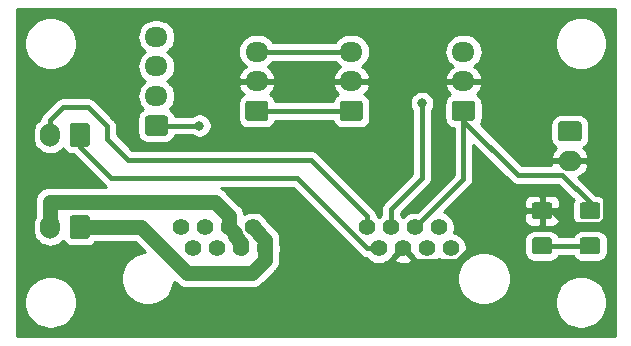
<source format=gbr>
G04 #@! TF.GenerationSoftware,KiCad,Pcbnew,(5.1.5)-3*
G04 #@! TF.CreationDate,2020-06-22T20:56:45+02:00*
G04 #@! TF.ProjectId,PCB Interface imprimante 3d,50434220-496e-4746-9572-666163652069,rev?*
G04 #@! TF.SameCoordinates,Original*
G04 #@! TF.FileFunction,Copper,L1,Top*
G04 #@! TF.FilePolarity,Positive*
%FSLAX46Y46*%
G04 Gerber Fmt 4.6, Leading zero omitted, Abs format (unit mm)*
G04 Created by KiCad (PCBNEW (5.1.5)-3) date 2020-06-22 20:56:45*
%MOMM*%
%LPD*%
G04 APERTURE LIST*
%ADD10C,1.400000*%
%ADD11C,0.100000*%
%ADD12O,1.950000X1.700000*%
%ADD13O,1.700000X2.000000*%
%ADD14O,2.000000X1.700000*%
%ADD15C,0.800000*%
%ADD16C,1.300000*%
%ADD17C,0.400000*%
%ADD18C,0.254000*%
G04 APERTURE END LIST*
D10*
X114565000Y-119130000D03*
X130315000Y-119130000D03*
X115585000Y-120910000D03*
X131335000Y-120910000D03*
X116605000Y-119130000D03*
X132355000Y-119130000D03*
X117626000Y-120910000D03*
X133375000Y-120910000D03*
X118646000Y-119130000D03*
X134395000Y-119130000D03*
X119666000Y-120910000D03*
X135415000Y-120910000D03*
X136435000Y-119130000D03*
X120686000Y-119130000D03*
X121706000Y-120910000D03*
X137455000Y-120910000D03*
G04 #@! TA.AperFunction,SMDPad,CuDef*
D11*
G36*
X145799504Y-117001204D02*
G01*
X145823773Y-117004804D01*
X145847571Y-117010765D01*
X145870671Y-117019030D01*
X145892849Y-117029520D01*
X145913893Y-117042133D01*
X145933598Y-117056747D01*
X145951777Y-117073223D01*
X145968253Y-117091402D01*
X145982867Y-117111107D01*
X145995480Y-117132151D01*
X146005970Y-117154329D01*
X146014235Y-117177429D01*
X146020196Y-117201227D01*
X146023796Y-117225496D01*
X146025000Y-117250000D01*
X146025000Y-118175000D01*
X146023796Y-118199504D01*
X146020196Y-118223773D01*
X146014235Y-118247571D01*
X146005970Y-118270671D01*
X145995480Y-118292849D01*
X145982867Y-118313893D01*
X145968253Y-118333598D01*
X145951777Y-118351777D01*
X145933598Y-118368253D01*
X145913893Y-118382867D01*
X145892849Y-118395480D01*
X145870671Y-118405970D01*
X145847571Y-118414235D01*
X145823773Y-118420196D01*
X145799504Y-118423796D01*
X145775000Y-118425000D01*
X144525000Y-118425000D01*
X144500496Y-118423796D01*
X144476227Y-118420196D01*
X144452429Y-118414235D01*
X144429329Y-118405970D01*
X144407151Y-118395480D01*
X144386107Y-118382867D01*
X144366402Y-118368253D01*
X144348223Y-118351777D01*
X144331747Y-118333598D01*
X144317133Y-118313893D01*
X144304520Y-118292849D01*
X144294030Y-118270671D01*
X144285765Y-118247571D01*
X144279804Y-118223773D01*
X144276204Y-118199504D01*
X144275000Y-118175000D01*
X144275000Y-117250000D01*
X144276204Y-117225496D01*
X144279804Y-117201227D01*
X144285765Y-117177429D01*
X144294030Y-117154329D01*
X144304520Y-117132151D01*
X144317133Y-117111107D01*
X144331747Y-117091402D01*
X144348223Y-117073223D01*
X144366402Y-117056747D01*
X144386107Y-117042133D01*
X144407151Y-117029520D01*
X144429329Y-117019030D01*
X144452429Y-117010765D01*
X144476227Y-117004804D01*
X144500496Y-117001204D01*
X144525000Y-117000000D01*
X145775000Y-117000000D01*
X145799504Y-117001204D01*
G37*
G04 #@! TD.AperFunction*
G04 #@! TA.AperFunction,SMDPad,CuDef*
G36*
X145799504Y-119976204D02*
G01*
X145823773Y-119979804D01*
X145847571Y-119985765D01*
X145870671Y-119994030D01*
X145892849Y-120004520D01*
X145913893Y-120017133D01*
X145933598Y-120031747D01*
X145951777Y-120048223D01*
X145968253Y-120066402D01*
X145982867Y-120086107D01*
X145995480Y-120107151D01*
X146005970Y-120129329D01*
X146014235Y-120152429D01*
X146020196Y-120176227D01*
X146023796Y-120200496D01*
X146025000Y-120225000D01*
X146025000Y-121150000D01*
X146023796Y-121174504D01*
X146020196Y-121198773D01*
X146014235Y-121222571D01*
X146005970Y-121245671D01*
X145995480Y-121267849D01*
X145982867Y-121288893D01*
X145968253Y-121308598D01*
X145951777Y-121326777D01*
X145933598Y-121343253D01*
X145913893Y-121357867D01*
X145892849Y-121370480D01*
X145870671Y-121380970D01*
X145847571Y-121389235D01*
X145823773Y-121395196D01*
X145799504Y-121398796D01*
X145775000Y-121400000D01*
X144525000Y-121400000D01*
X144500496Y-121398796D01*
X144476227Y-121395196D01*
X144452429Y-121389235D01*
X144429329Y-121380970D01*
X144407151Y-121370480D01*
X144386107Y-121357867D01*
X144366402Y-121343253D01*
X144348223Y-121326777D01*
X144331747Y-121308598D01*
X144317133Y-121288893D01*
X144304520Y-121267849D01*
X144294030Y-121245671D01*
X144285765Y-121222571D01*
X144279804Y-121198773D01*
X144276204Y-121174504D01*
X144275000Y-121150000D01*
X144275000Y-120225000D01*
X144276204Y-120200496D01*
X144279804Y-120176227D01*
X144285765Y-120152429D01*
X144294030Y-120129329D01*
X144304520Y-120107151D01*
X144317133Y-120086107D01*
X144331747Y-120066402D01*
X144348223Y-120048223D01*
X144366402Y-120031747D01*
X144386107Y-120017133D01*
X144407151Y-120004520D01*
X144429329Y-119994030D01*
X144452429Y-119985765D01*
X144476227Y-119979804D01*
X144500496Y-119976204D01*
X144525000Y-119975000D01*
X145775000Y-119975000D01*
X145799504Y-119976204D01*
G37*
G04 #@! TD.AperFunction*
G04 #@! TA.AperFunction,SMDPad,CuDef*
G36*
X149849504Y-117001204D02*
G01*
X149873773Y-117004804D01*
X149897571Y-117010765D01*
X149920671Y-117019030D01*
X149942849Y-117029520D01*
X149963893Y-117042133D01*
X149983598Y-117056747D01*
X150001777Y-117073223D01*
X150018253Y-117091402D01*
X150032867Y-117111107D01*
X150045480Y-117132151D01*
X150055970Y-117154329D01*
X150064235Y-117177429D01*
X150070196Y-117201227D01*
X150073796Y-117225496D01*
X150075000Y-117250000D01*
X150075000Y-118175000D01*
X150073796Y-118199504D01*
X150070196Y-118223773D01*
X150064235Y-118247571D01*
X150055970Y-118270671D01*
X150045480Y-118292849D01*
X150032867Y-118313893D01*
X150018253Y-118333598D01*
X150001777Y-118351777D01*
X149983598Y-118368253D01*
X149963893Y-118382867D01*
X149942849Y-118395480D01*
X149920671Y-118405970D01*
X149897571Y-118414235D01*
X149873773Y-118420196D01*
X149849504Y-118423796D01*
X149825000Y-118425000D01*
X148575000Y-118425000D01*
X148550496Y-118423796D01*
X148526227Y-118420196D01*
X148502429Y-118414235D01*
X148479329Y-118405970D01*
X148457151Y-118395480D01*
X148436107Y-118382867D01*
X148416402Y-118368253D01*
X148398223Y-118351777D01*
X148381747Y-118333598D01*
X148367133Y-118313893D01*
X148354520Y-118292849D01*
X148344030Y-118270671D01*
X148335765Y-118247571D01*
X148329804Y-118223773D01*
X148326204Y-118199504D01*
X148325000Y-118175000D01*
X148325000Y-117250000D01*
X148326204Y-117225496D01*
X148329804Y-117201227D01*
X148335765Y-117177429D01*
X148344030Y-117154329D01*
X148354520Y-117132151D01*
X148367133Y-117111107D01*
X148381747Y-117091402D01*
X148398223Y-117073223D01*
X148416402Y-117056747D01*
X148436107Y-117042133D01*
X148457151Y-117029520D01*
X148479329Y-117019030D01*
X148502429Y-117010765D01*
X148526227Y-117004804D01*
X148550496Y-117001204D01*
X148575000Y-117000000D01*
X149825000Y-117000000D01*
X149849504Y-117001204D01*
G37*
G04 #@! TD.AperFunction*
G04 #@! TA.AperFunction,SMDPad,CuDef*
G36*
X149849504Y-119976204D02*
G01*
X149873773Y-119979804D01*
X149897571Y-119985765D01*
X149920671Y-119994030D01*
X149942849Y-120004520D01*
X149963893Y-120017133D01*
X149983598Y-120031747D01*
X150001777Y-120048223D01*
X150018253Y-120066402D01*
X150032867Y-120086107D01*
X150045480Y-120107151D01*
X150055970Y-120129329D01*
X150064235Y-120152429D01*
X150070196Y-120176227D01*
X150073796Y-120200496D01*
X150075000Y-120225000D01*
X150075000Y-121150000D01*
X150073796Y-121174504D01*
X150070196Y-121198773D01*
X150064235Y-121222571D01*
X150055970Y-121245671D01*
X150045480Y-121267849D01*
X150032867Y-121288893D01*
X150018253Y-121308598D01*
X150001777Y-121326777D01*
X149983598Y-121343253D01*
X149963893Y-121357867D01*
X149942849Y-121370480D01*
X149920671Y-121380970D01*
X149897571Y-121389235D01*
X149873773Y-121395196D01*
X149849504Y-121398796D01*
X149825000Y-121400000D01*
X148575000Y-121400000D01*
X148550496Y-121398796D01*
X148526227Y-121395196D01*
X148502429Y-121389235D01*
X148479329Y-121380970D01*
X148457151Y-121370480D01*
X148436107Y-121357867D01*
X148416402Y-121343253D01*
X148398223Y-121326777D01*
X148381747Y-121308598D01*
X148367133Y-121288893D01*
X148354520Y-121267849D01*
X148344030Y-121245671D01*
X148335765Y-121222571D01*
X148329804Y-121198773D01*
X148326204Y-121174504D01*
X148325000Y-121150000D01*
X148325000Y-120225000D01*
X148326204Y-120200496D01*
X148329804Y-120176227D01*
X148335765Y-120152429D01*
X148344030Y-120129329D01*
X148354520Y-120107151D01*
X148367133Y-120086107D01*
X148381747Y-120066402D01*
X148398223Y-120048223D01*
X148416402Y-120031747D01*
X148436107Y-120017133D01*
X148457151Y-120004520D01*
X148479329Y-119994030D01*
X148502429Y-119985765D01*
X148526227Y-119979804D01*
X148550496Y-119976204D01*
X148575000Y-119975000D01*
X149825000Y-119975000D01*
X149849504Y-119976204D01*
G37*
G04 #@! TD.AperFunction*
D12*
X121000000Y-104250000D03*
X121000000Y-106750000D03*
G04 #@! TA.AperFunction,ComponentPad*
D11*
G36*
X121749504Y-108401204D02*
G01*
X121773773Y-108404804D01*
X121797571Y-108410765D01*
X121820671Y-108419030D01*
X121842849Y-108429520D01*
X121863893Y-108442133D01*
X121883598Y-108456747D01*
X121901777Y-108473223D01*
X121918253Y-108491402D01*
X121932867Y-108511107D01*
X121945480Y-108532151D01*
X121955970Y-108554329D01*
X121964235Y-108577429D01*
X121970196Y-108601227D01*
X121973796Y-108625496D01*
X121975000Y-108650000D01*
X121975000Y-109850000D01*
X121973796Y-109874504D01*
X121970196Y-109898773D01*
X121964235Y-109922571D01*
X121955970Y-109945671D01*
X121945480Y-109967849D01*
X121932867Y-109988893D01*
X121918253Y-110008598D01*
X121901777Y-110026777D01*
X121883598Y-110043253D01*
X121863893Y-110057867D01*
X121842849Y-110070480D01*
X121820671Y-110080970D01*
X121797571Y-110089235D01*
X121773773Y-110095196D01*
X121749504Y-110098796D01*
X121725000Y-110100000D01*
X120275000Y-110100000D01*
X120250496Y-110098796D01*
X120226227Y-110095196D01*
X120202429Y-110089235D01*
X120179329Y-110080970D01*
X120157151Y-110070480D01*
X120136107Y-110057867D01*
X120116402Y-110043253D01*
X120098223Y-110026777D01*
X120081747Y-110008598D01*
X120067133Y-109988893D01*
X120054520Y-109967849D01*
X120044030Y-109945671D01*
X120035765Y-109922571D01*
X120029804Y-109898773D01*
X120026204Y-109874504D01*
X120025000Y-109850000D01*
X120025000Y-108650000D01*
X120026204Y-108625496D01*
X120029804Y-108601227D01*
X120035765Y-108577429D01*
X120044030Y-108554329D01*
X120054520Y-108532151D01*
X120067133Y-108511107D01*
X120081747Y-108491402D01*
X120098223Y-108473223D01*
X120116402Y-108456747D01*
X120136107Y-108442133D01*
X120157151Y-108429520D01*
X120179329Y-108419030D01*
X120202429Y-108410765D01*
X120226227Y-108404804D01*
X120250496Y-108401204D01*
X120275000Y-108400000D01*
X121725000Y-108400000D01*
X121749504Y-108401204D01*
G37*
G04 #@! TD.AperFunction*
D12*
X129000000Y-104250000D03*
X129000000Y-106750000D03*
G04 #@! TA.AperFunction,ComponentPad*
D11*
G36*
X129749504Y-108401204D02*
G01*
X129773773Y-108404804D01*
X129797571Y-108410765D01*
X129820671Y-108419030D01*
X129842849Y-108429520D01*
X129863893Y-108442133D01*
X129883598Y-108456747D01*
X129901777Y-108473223D01*
X129918253Y-108491402D01*
X129932867Y-108511107D01*
X129945480Y-108532151D01*
X129955970Y-108554329D01*
X129964235Y-108577429D01*
X129970196Y-108601227D01*
X129973796Y-108625496D01*
X129975000Y-108650000D01*
X129975000Y-109850000D01*
X129973796Y-109874504D01*
X129970196Y-109898773D01*
X129964235Y-109922571D01*
X129955970Y-109945671D01*
X129945480Y-109967849D01*
X129932867Y-109988893D01*
X129918253Y-110008598D01*
X129901777Y-110026777D01*
X129883598Y-110043253D01*
X129863893Y-110057867D01*
X129842849Y-110070480D01*
X129820671Y-110080970D01*
X129797571Y-110089235D01*
X129773773Y-110095196D01*
X129749504Y-110098796D01*
X129725000Y-110100000D01*
X128275000Y-110100000D01*
X128250496Y-110098796D01*
X128226227Y-110095196D01*
X128202429Y-110089235D01*
X128179329Y-110080970D01*
X128157151Y-110070480D01*
X128136107Y-110057867D01*
X128116402Y-110043253D01*
X128098223Y-110026777D01*
X128081747Y-110008598D01*
X128067133Y-109988893D01*
X128054520Y-109967849D01*
X128044030Y-109945671D01*
X128035765Y-109922571D01*
X128029804Y-109898773D01*
X128026204Y-109874504D01*
X128025000Y-109850000D01*
X128025000Y-108650000D01*
X128026204Y-108625496D01*
X128029804Y-108601227D01*
X128035765Y-108577429D01*
X128044030Y-108554329D01*
X128054520Y-108532151D01*
X128067133Y-108511107D01*
X128081747Y-108491402D01*
X128098223Y-108473223D01*
X128116402Y-108456747D01*
X128136107Y-108442133D01*
X128157151Y-108429520D01*
X128179329Y-108419030D01*
X128202429Y-108410765D01*
X128226227Y-108404804D01*
X128250496Y-108401204D01*
X128275000Y-108400000D01*
X129725000Y-108400000D01*
X129749504Y-108401204D01*
G37*
G04 #@! TD.AperFunction*
D13*
X103500000Y-111300000D03*
G04 #@! TA.AperFunction,ComponentPad*
D11*
G36*
X106624504Y-110301204D02*
G01*
X106648773Y-110304804D01*
X106672571Y-110310765D01*
X106695671Y-110319030D01*
X106717849Y-110329520D01*
X106738893Y-110342133D01*
X106758598Y-110356747D01*
X106776777Y-110373223D01*
X106793253Y-110391402D01*
X106807867Y-110411107D01*
X106820480Y-110432151D01*
X106830970Y-110454329D01*
X106839235Y-110477429D01*
X106845196Y-110501227D01*
X106848796Y-110525496D01*
X106850000Y-110550000D01*
X106850000Y-112050000D01*
X106848796Y-112074504D01*
X106845196Y-112098773D01*
X106839235Y-112122571D01*
X106830970Y-112145671D01*
X106820480Y-112167849D01*
X106807867Y-112188893D01*
X106793253Y-112208598D01*
X106776777Y-112226777D01*
X106758598Y-112243253D01*
X106738893Y-112257867D01*
X106717849Y-112270480D01*
X106695671Y-112280970D01*
X106672571Y-112289235D01*
X106648773Y-112295196D01*
X106624504Y-112298796D01*
X106600000Y-112300000D01*
X105400000Y-112300000D01*
X105375496Y-112298796D01*
X105351227Y-112295196D01*
X105327429Y-112289235D01*
X105304329Y-112280970D01*
X105282151Y-112270480D01*
X105261107Y-112257867D01*
X105241402Y-112243253D01*
X105223223Y-112226777D01*
X105206747Y-112208598D01*
X105192133Y-112188893D01*
X105179520Y-112167849D01*
X105169030Y-112145671D01*
X105160765Y-112122571D01*
X105154804Y-112098773D01*
X105151204Y-112074504D01*
X105150000Y-112050000D01*
X105150000Y-110550000D01*
X105151204Y-110525496D01*
X105154804Y-110501227D01*
X105160765Y-110477429D01*
X105169030Y-110454329D01*
X105179520Y-110432151D01*
X105192133Y-110411107D01*
X105206747Y-110391402D01*
X105223223Y-110373223D01*
X105241402Y-110356747D01*
X105261107Y-110342133D01*
X105282151Y-110329520D01*
X105304329Y-110319030D01*
X105327429Y-110310765D01*
X105351227Y-110304804D01*
X105375496Y-110301204D01*
X105400000Y-110300000D01*
X106600000Y-110300000D01*
X106624504Y-110301204D01*
G37*
G04 #@! TD.AperFunction*
D12*
X138500000Y-104250000D03*
X138500000Y-106750000D03*
G04 #@! TA.AperFunction,ComponentPad*
D11*
G36*
X139249504Y-108401204D02*
G01*
X139273773Y-108404804D01*
X139297571Y-108410765D01*
X139320671Y-108419030D01*
X139342849Y-108429520D01*
X139363893Y-108442133D01*
X139383598Y-108456747D01*
X139401777Y-108473223D01*
X139418253Y-108491402D01*
X139432867Y-108511107D01*
X139445480Y-108532151D01*
X139455970Y-108554329D01*
X139464235Y-108577429D01*
X139470196Y-108601227D01*
X139473796Y-108625496D01*
X139475000Y-108650000D01*
X139475000Y-109850000D01*
X139473796Y-109874504D01*
X139470196Y-109898773D01*
X139464235Y-109922571D01*
X139455970Y-109945671D01*
X139445480Y-109967849D01*
X139432867Y-109988893D01*
X139418253Y-110008598D01*
X139401777Y-110026777D01*
X139383598Y-110043253D01*
X139363893Y-110057867D01*
X139342849Y-110070480D01*
X139320671Y-110080970D01*
X139297571Y-110089235D01*
X139273773Y-110095196D01*
X139249504Y-110098796D01*
X139225000Y-110100000D01*
X137775000Y-110100000D01*
X137750496Y-110098796D01*
X137726227Y-110095196D01*
X137702429Y-110089235D01*
X137679329Y-110080970D01*
X137657151Y-110070480D01*
X137636107Y-110057867D01*
X137616402Y-110043253D01*
X137598223Y-110026777D01*
X137581747Y-110008598D01*
X137567133Y-109988893D01*
X137554520Y-109967849D01*
X137544030Y-109945671D01*
X137535765Y-109922571D01*
X137529804Y-109898773D01*
X137526204Y-109874504D01*
X137525000Y-109850000D01*
X137525000Y-108650000D01*
X137526204Y-108625496D01*
X137529804Y-108601227D01*
X137535765Y-108577429D01*
X137544030Y-108554329D01*
X137554520Y-108532151D01*
X137567133Y-108511107D01*
X137581747Y-108491402D01*
X137598223Y-108473223D01*
X137616402Y-108456747D01*
X137636107Y-108442133D01*
X137657151Y-108429520D01*
X137679329Y-108419030D01*
X137702429Y-108410765D01*
X137726227Y-108404804D01*
X137750496Y-108401204D01*
X137775000Y-108400000D01*
X139225000Y-108400000D01*
X139249504Y-108401204D01*
G37*
G04 #@! TD.AperFunction*
D12*
X112500000Y-103000000D03*
X112500000Y-105500000D03*
X112500000Y-108000000D03*
G04 #@! TA.AperFunction,ComponentPad*
D11*
G36*
X113249504Y-109651204D02*
G01*
X113273773Y-109654804D01*
X113297571Y-109660765D01*
X113320671Y-109669030D01*
X113342849Y-109679520D01*
X113363893Y-109692133D01*
X113383598Y-109706747D01*
X113401777Y-109723223D01*
X113418253Y-109741402D01*
X113432867Y-109761107D01*
X113445480Y-109782151D01*
X113455970Y-109804329D01*
X113464235Y-109827429D01*
X113470196Y-109851227D01*
X113473796Y-109875496D01*
X113475000Y-109900000D01*
X113475000Y-111100000D01*
X113473796Y-111124504D01*
X113470196Y-111148773D01*
X113464235Y-111172571D01*
X113455970Y-111195671D01*
X113445480Y-111217849D01*
X113432867Y-111238893D01*
X113418253Y-111258598D01*
X113401777Y-111276777D01*
X113383598Y-111293253D01*
X113363893Y-111307867D01*
X113342849Y-111320480D01*
X113320671Y-111330970D01*
X113297571Y-111339235D01*
X113273773Y-111345196D01*
X113249504Y-111348796D01*
X113225000Y-111350000D01*
X111775000Y-111350000D01*
X111750496Y-111348796D01*
X111726227Y-111345196D01*
X111702429Y-111339235D01*
X111679329Y-111330970D01*
X111657151Y-111320480D01*
X111636107Y-111307867D01*
X111616402Y-111293253D01*
X111598223Y-111276777D01*
X111581747Y-111258598D01*
X111567133Y-111238893D01*
X111554520Y-111217849D01*
X111544030Y-111195671D01*
X111535765Y-111172571D01*
X111529804Y-111148773D01*
X111526204Y-111124504D01*
X111525000Y-111100000D01*
X111525000Y-109900000D01*
X111526204Y-109875496D01*
X111529804Y-109851227D01*
X111535765Y-109827429D01*
X111544030Y-109804329D01*
X111554520Y-109782151D01*
X111567133Y-109761107D01*
X111581747Y-109741402D01*
X111598223Y-109723223D01*
X111616402Y-109706747D01*
X111636107Y-109692133D01*
X111657151Y-109679520D01*
X111679329Y-109669030D01*
X111702429Y-109660765D01*
X111726227Y-109654804D01*
X111750496Y-109651204D01*
X111775000Y-109650000D01*
X113225000Y-109650000D01*
X113249504Y-109651204D01*
G37*
G04 #@! TD.AperFunction*
D14*
X147500000Y-113500000D03*
G04 #@! TA.AperFunction,ComponentPad*
D11*
G36*
X148274504Y-110151204D02*
G01*
X148298773Y-110154804D01*
X148322571Y-110160765D01*
X148345671Y-110169030D01*
X148367849Y-110179520D01*
X148388893Y-110192133D01*
X148408598Y-110206747D01*
X148426777Y-110223223D01*
X148443253Y-110241402D01*
X148457867Y-110261107D01*
X148470480Y-110282151D01*
X148480970Y-110304329D01*
X148489235Y-110327429D01*
X148495196Y-110351227D01*
X148498796Y-110375496D01*
X148500000Y-110400000D01*
X148500000Y-111600000D01*
X148498796Y-111624504D01*
X148495196Y-111648773D01*
X148489235Y-111672571D01*
X148480970Y-111695671D01*
X148470480Y-111717849D01*
X148457867Y-111738893D01*
X148443253Y-111758598D01*
X148426777Y-111776777D01*
X148408598Y-111793253D01*
X148388893Y-111807867D01*
X148367849Y-111820480D01*
X148345671Y-111830970D01*
X148322571Y-111839235D01*
X148298773Y-111845196D01*
X148274504Y-111848796D01*
X148250000Y-111850000D01*
X146750000Y-111850000D01*
X146725496Y-111848796D01*
X146701227Y-111845196D01*
X146677429Y-111839235D01*
X146654329Y-111830970D01*
X146632151Y-111820480D01*
X146611107Y-111807867D01*
X146591402Y-111793253D01*
X146573223Y-111776777D01*
X146556747Y-111758598D01*
X146542133Y-111738893D01*
X146529520Y-111717849D01*
X146519030Y-111695671D01*
X146510765Y-111672571D01*
X146504804Y-111648773D01*
X146501204Y-111624504D01*
X146500000Y-111600000D01*
X146500000Y-110400000D01*
X146501204Y-110375496D01*
X146504804Y-110351227D01*
X146510765Y-110327429D01*
X146519030Y-110304329D01*
X146529520Y-110282151D01*
X146542133Y-110261107D01*
X146556747Y-110241402D01*
X146573223Y-110223223D01*
X146591402Y-110206747D01*
X146611107Y-110192133D01*
X146632151Y-110179520D01*
X146654329Y-110169030D01*
X146677429Y-110160765D01*
X146701227Y-110154804D01*
X146725496Y-110151204D01*
X146750000Y-110150000D01*
X148250000Y-110150000D01*
X148274504Y-110151204D01*
G37*
G04 #@! TD.AperFunction*
G04 #@! TA.AperFunction,ComponentPad*
G36*
X106624504Y-118101204D02*
G01*
X106648773Y-118104804D01*
X106672571Y-118110765D01*
X106695671Y-118119030D01*
X106717849Y-118129520D01*
X106738893Y-118142133D01*
X106758598Y-118156747D01*
X106776777Y-118173223D01*
X106793253Y-118191402D01*
X106807867Y-118211107D01*
X106820480Y-118232151D01*
X106830970Y-118254329D01*
X106839235Y-118277429D01*
X106845196Y-118301227D01*
X106848796Y-118325496D01*
X106850000Y-118350000D01*
X106850000Y-119850000D01*
X106848796Y-119874504D01*
X106845196Y-119898773D01*
X106839235Y-119922571D01*
X106830970Y-119945671D01*
X106820480Y-119967849D01*
X106807867Y-119988893D01*
X106793253Y-120008598D01*
X106776777Y-120026777D01*
X106758598Y-120043253D01*
X106738893Y-120057867D01*
X106717849Y-120070480D01*
X106695671Y-120080970D01*
X106672571Y-120089235D01*
X106648773Y-120095196D01*
X106624504Y-120098796D01*
X106600000Y-120100000D01*
X105400000Y-120100000D01*
X105375496Y-120098796D01*
X105351227Y-120095196D01*
X105327429Y-120089235D01*
X105304329Y-120080970D01*
X105282151Y-120070480D01*
X105261107Y-120057867D01*
X105241402Y-120043253D01*
X105223223Y-120026777D01*
X105206747Y-120008598D01*
X105192133Y-119988893D01*
X105179520Y-119967849D01*
X105169030Y-119945671D01*
X105160765Y-119922571D01*
X105154804Y-119898773D01*
X105151204Y-119874504D01*
X105150000Y-119850000D01*
X105150000Y-118350000D01*
X105151204Y-118325496D01*
X105154804Y-118301227D01*
X105160765Y-118277429D01*
X105169030Y-118254329D01*
X105179520Y-118232151D01*
X105192133Y-118211107D01*
X105206747Y-118191402D01*
X105223223Y-118173223D01*
X105241402Y-118156747D01*
X105261107Y-118142133D01*
X105282151Y-118129520D01*
X105304329Y-118119030D01*
X105327429Y-118110765D01*
X105351227Y-118104804D01*
X105375496Y-118101204D01*
X105400000Y-118100000D01*
X106600000Y-118100000D01*
X106624504Y-118101204D01*
G37*
G04 #@! TD.AperFunction*
D13*
X103500000Y-119100000D03*
D15*
X116150000Y-110500000D03*
X134975000Y-108600000D03*
D16*
X103500000Y-116975000D02*
X103500000Y-119100000D01*
X103475000Y-116950000D02*
X103500000Y-116975000D01*
X117455949Y-116950000D02*
X103475000Y-116950000D01*
X118646000Y-119130000D02*
X118646000Y-118140051D01*
X118646000Y-118140051D02*
X117455949Y-116950000D01*
X119135999Y-119874001D02*
X119135999Y-119619999D01*
X119666000Y-120910000D02*
X119666000Y-120404002D01*
X119135999Y-119619999D02*
X118646000Y-119130000D01*
X119666000Y-120404002D02*
X119135999Y-119874001D01*
X121706000Y-120150000D02*
X120686000Y-119130000D01*
X121706000Y-120910000D02*
X121706000Y-120150000D01*
X115075000Y-122950000D02*
X120625000Y-122950000D01*
X121706000Y-121869000D02*
X121706000Y-120910000D01*
X106000000Y-119100000D02*
X111225000Y-119100000D01*
X120625000Y-122950000D02*
X121706000Y-121869000D01*
X111225000Y-119100000D02*
X115075000Y-122950000D01*
D17*
X112500000Y-110500000D02*
X116150000Y-110500000D01*
X121000000Y-104250000D02*
X129000000Y-104250000D01*
X121000000Y-109250000D02*
X129000000Y-109250000D01*
X134975000Y-108600000D02*
X134975000Y-114975000D01*
X132355000Y-117595000D02*
X132355000Y-119130000D01*
X134975000Y-114975000D02*
X132355000Y-117595000D01*
X130315000Y-118140051D02*
X125599949Y-113425000D01*
X130315000Y-119130000D02*
X130315000Y-118140051D01*
X125599949Y-113425000D02*
X110125000Y-113425000D01*
X110125000Y-113425000D02*
X108300000Y-111600000D01*
X108300000Y-111600000D02*
X108300000Y-110550000D01*
X108300000Y-110550000D02*
X106675000Y-108925000D01*
X103500000Y-110050000D02*
X103500000Y-111300000D01*
X104625000Y-108925000D02*
X103500000Y-110050000D01*
X106675000Y-108925000D02*
X104625000Y-108925000D01*
X106000000Y-112300000D02*
X106000000Y-111300000D01*
X108650000Y-114950000D02*
X106000000Y-112300000D01*
X124385051Y-114950000D02*
X108650000Y-114950000D01*
X130345051Y-120910000D02*
X124385051Y-114950000D01*
X131335000Y-120910000D02*
X130345051Y-120910000D01*
X138500000Y-110100000D02*
X138500000Y-109250000D01*
X143075010Y-114675010D02*
X138500000Y-110100000D01*
X146875010Y-114675010D02*
X143075010Y-114675010D01*
X149200000Y-117000000D02*
X146875010Y-114675010D01*
X149200000Y-117712500D02*
X149200000Y-117000000D01*
X138500000Y-115025000D02*
X138500000Y-109250000D01*
X134395000Y-119130000D02*
X138500000Y-115025000D01*
X122375000Y-106750000D02*
X129000000Y-106750000D01*
X121000000Y-106750000D02*
X122375000Y-106750000D01*
X129000000Y-106750000D02*
X138500000Y-106750000D01*
X134475001Y-122010001D02*
X134074999Y-121609999D01*
X134074999Y-121609999D02*
X133375000Y-120910000D01*
X137983001Y-122010001D02*
X134475001Y-122010001D01*
X142280502Y-117712500D02*
X137983001Y-122010001D01*
X145150000Y-117712500D02*
X142280502Y-117712500D01*
X148900000Y-113500000D02*
X147500000Y-113500000D01*
X150475010Y-115075010D02*
X148900000Y-113500000D01*
X150094246Y-118825010D02*
X150475010Y-118444246D01*
X147137510Y-118825010D02*
X150094246Y-118825010D01*
X150475010Y-118444246D02*
X150475010Y-115075010D01*
X146025000Y-117712500D02*
X147137510Y-118825010D01*
X145150000Y-117712500D02*
X146025000Y-117712500D01*
X146100000Y-113500000D02*
X144225000Y-111625000D01*
X147500000Y-113500000D02*
X146100000Y-113500000D01*
X139875000Y-106750000D02*
X138500000Y-106750000D01*
X144225000Y-111100000D02*
X139875000Y-106750000D01*
X144225000Y-111625000D02*
X144225000Y-111100000D01*
X145150000Y-120687500D02*
X149200000Y-120687500D01*
D18*
G36*
X151340001Y-128340000D02*
G01*
X100660000Y-128340000D01*
X100660000Y-125229872D01*
X101315000Y-125229872D01*
X101315000Y-125670128D01*
X101400890Y-126101925D01*
X101569369Y-126508669D01*
X101813962Y-126874729D01*
X102125271Y-127186038D01*
X102491331Y-127430631D01*
X102898075Y-127599110D01*
X103329872Y-127685000D01*
X103770128Y-127685000D01*
X104201925Y-127599110D01*
X104608669Y-127430631D01*
X104974729Y-127186038D01*
X105286038Y-126874729D01*
X105530631Y-126508669D01*
X105699110Y-126101925D01*
X105785000Y-125670128D01*
X105785000Y-125229872D01*
X105699110Y-124798075D01*
X105530631Y-124391331D01*
X105286038Y-124025271D01*
X104974729Y-123713962D01*
X104608669Y-123469369D01*
X104201925Y-123300890D01*
X103770128Y-123215000D01*
X103329872Y-123215000D01*
X102898075Y-123300890D01*
X102491331Y-123469369D01*
X102125271Y-123713962D01*
X101813962Y-124025271D01*
X101569369Y-124391331D01*
X101400890Y-124798075D01*
X101315000Y-125229872D01*
X100660000Y-125229872D01*
X100660000Y-111077050D01*
X102015000Y-111077050D01*
X102015000Y-111522949D01*
X102036487Y-111741110D01*
X102121401Y-112021033D01*
X102259294Y-112279013D01*
X102444866Y-112505134D01*
X102670986Y-112690706D01*
X102928966Y-112828599D01*
X103208889Y-112913513D01*
X103500000Y-112942185D01*
X103791110Y-112913513D01*
X104071033Y-112828599D01*
X104329013Y-112690706D01*
X104555134Y-112505134D01*
X104607223Y-112441663D01*
X104661595Y-112543386D01*
X104772038Y-112677962D01*
X104906614Y-112788405D01*
X105060150Y-112870472D01*
X105226746Y-112921008D01*
X105400000Y-112938072D01*
X105457205Y-112938072D01*
X108030563Y-115511432D01*
X108056709Y-115543291D01*
X108088568Y-115569437D01*
X108088570Y-115569439D01*
X108183854Y-115647636D01*
X108216340Y-115665000D01*
X103538115Y-115665000D01*
X103475000Y-115658784D01*
X103411885Y-115665000D01*
X103411877Y-115665000D01*
X103223096Y-115683593D01*
X102980873Y-115757071D01*
X102757638Y-115876392D01*
X102561972Y-116036972D01*
X102401392Y-116232638D01*
X102282071Y-116455873D01*
X102208593Y-116698096D01*
X102183783Y-116950000D01*
X102208593Y-117201904D01*
X102215000Y-117223025D01*
X102215001Y-118203853D01*
X102121401Y-118378966D01*
X102036487Y-118658889D01*
X102015000Y-118877050D01*
X102015000Y-119322949D01*
X102036487Y-119541110D01*
X102121401Y-119821033D01*
X102259294Y-120079013D01*
X102444866Y-120305134D01*
X102670986Y-120490706D01*
X102928966Y-120628599D01*
X103208889Y-120713513D01*
X103500000Y-120742185D01*
X103791110Y-120713513D01*
X104071033Y-120628599D01*
X104329013Y-120490706D01*
X104555134Y-120305134D01*
X104607223Y-120241663D01*
X104661595Y-120343386D01*
X104772038Y-120477962D01*
X104906614Y-120588405D01*
X105060150Y-120670472D01*
X105226746Y-120721008D01*
X105400000Y-120738072D01*
X106600000Y-120738072D01*
X106773254Y-120721008D01*
X106939850Y-120670472D01*
X107093386Y-120588405D01*
X107227962Y-120477962D01*
X107304253Y-120385000D01*
X110692737Y-120385000D01*
X111506807Y-121199071D01*
X111115782Y-121276851D01*
X110704489Y-121447214D01*
X110334334Y-121694544D01*
X110019544Y-122009334D01*
X109772214Y-122379489D01*
X109601851Y-122790782D01*
X109515000Y-123227409D01*
X109515000Y-123672591D01*
X109601851Y-124109218D01*
X109772214Y-124520511D01*
X110019544Y-124890666D01*
X110334334Y-125205456D01*
X110704489Y-125452786D01*
X111115782Y-125623149D01*
X111552409Y-125710000D01*
X111997591Y-125710000D01*
X112434218Y-125623149D01*
X112845511Y-125452786D01*
X113215666Y-125205456D01*
X113530456Y-124890666D01*
X113777786Y-124520511D01*
X113948149Y-124109218D01*
X114025929Y-123718193D01*
X114121733Y-123813997D01*
X114161972Y-123863028D01*
X114357638Y-124023608D01*
X114580873Y-124142929D01*
X114823096Y-124216407D01*
X115011877Y-124235000D01*
X115011886Y-124235000D01*
X115074999Y-124241216D01*
X115138112Y-124235000D01*
X120561885Y-124235000D01*
X120625000Y-124241216D01*
X120688115Y-124235000D01*
X120688123Y-124235000D01*
X120876904Y-124216407D01*
X121119127Y-124142929D01*
X121342362Y-124023608D01*
X121538028Y-123863028D01*
X121578271Y-123813992D01*
X122164855Y-123227409D01*
X137965000Y-123227409D01*
X137965000Y-123672591D01*
X138051851Y-124109218D01*
X138222214Y-124520511D01*
X138469544Y-124890666D01*
X138784334Y-125205456D01*
X139154489Y-125452786D01*
X139565782Y-125623149D01*
X140002409Y-125710000D01*
X140447591Y-125710000D01*
X140884218Y-125623149D01*
X141295511Y-125452786D01*
X141629124Y-125229872D01*
X146215000Y-125229872D01*
X146215000Y-125670128D01*
X146300890Y-126101925D01*
X146469369Y-126508669D01*
X146713962Y-126874729D01*
X147025271Y-127186038D01*
X147391331Y-127430631D01*
X147798075Y-127599110D01*
X148229872Y-127685000D01*
X148670128Y-127685000D01*
X149101925Y-127599110D01*
X149508669Y-127430631D01*
X149874729Y-127186038D01*
X150186038Y-126874729D01*
X150430631Y-126508669D01*
X150599110Y-126101925D01*
X150685000Y-125670128D01*
X150685000Y-125229872D01*
X150599110Y-124798075D01*
X150430631Y-124391331D01*
X150186038Y-124025271D01*
X149874729Y-123713962D01*
X149508669Y-123469369D01*
X149101925Y-123300890D01*
X148670128Y-123215000D01*
X148229872Y-123215000D01*
X147798075Y-123300890D01*
X147391331Y-123469369D01*
X147025271Y-123713962D01*
X146713962Y-124025271D01*
X146469369Y-124391331D01*
X146300890Y-124798075D01*
X146215000Y-125229872D01*
X141629124Y-125229872D01*
X141665666Y-125205456D01*
X141980456Y-124890666D01*
X142227786Y-124520511D01*
X142398149Y-124109218D01*
X142485000Y-123672591D01*
X142485000Y-123227409D01*
X142398149Y-122790782D01*
X142227786Y-122379489D01*
X141980456Y-122009334D01*
X141665666Y-121694544D01*
X141295511Y-121447214D01*
X140884218Y-121276851D01*
X140447591Y-121190000D01*
X140002409Y-121190000D01*
X139565782Y-121276851D01*
X139154489Y-121447214D01*
X138784334Y-121694544D01*
X138469544Y-122009334D01*
X138222214Y-122379489D01*
X138051851Y-122790782D01*
X137965000Y-123227409D01*
X122164855Y-123227409D01*
X122570003Y-122822262D01*
X122619028Y-122782028D01*
X122659262Y-122733003D01*
X122659267Y-122732998D01*
X122779608Y-122586362D01*
X122898928Y-122363128D01*
X122898929Y-122363127D01*
X122972407Y-122120904D01*
X122991000Y-121932123D01*
X122991000Y-121932116D01*
X122997216Y-121869000D01*
X122991000Y-121805884D01*
X122991000Y-121292849D01*
X123041000Y-121041486D01*
X123041000Y-120778514D01*
X122991000Y-120527151D01*
X122991000Y-120213116D01*
X122997216Y-120150000D01*
X122991000Y-120086884D01*
X122991000Y-120086878D01*
X122972407Y-119898097D01*
X122964806Y-119873038D01*
X122931231Y-119762359D01*
X122898929Y-119655873D01*
X122779608Y-119432638D01*
X122756539Y-119404528D01*
X122659267Y-119286002D01*
X122659262Y-119285997D01*
X122619028Y-119236972D01*
X122570002Y-119196737D01*
X121865349Y-118492085D01*
X121722962Y-118278987D01*
X121537013Y-118093038D01*
X121318359Y-117946939D01*
X121075405Y-117846304D01*
X120817486Y-117795000D01*
X120554514Y-117795000D01*
X120296595Y-117846304D01*
X120053641Y-117946939D01*
X119926560Y-118031851D01*
X119912407Y-117888147D01*
X119838929Y-117645924D01*
X119719608Y-117422689D01*
X119559028Y-117227023D01*
X119509997Y-117186784D01*
X118409220Y-116086008D01*
X118368977Y-116036972D01*
X118173311Y-115876392D01*
X118002328Y-115785000D01*
X124039184Y-115785000D01*
X129725614Y-121471432D01*
X129751760Y-121503291D01*
X129783619Y-121529437D01*
X129783621Y-121529439D01*
X129878905Y-121607636D01*
X130023964Y-121685172D01*
X130181362Y-121732918D01*
X130286163Y-121743240D01*
X130298038Y-121761013D01*
X130483987Y-121946962D01*
X130702641Y-122093061D01*
X130945595Y-122193696D01*
X131203514Y-122245000D01*
X131466486Y-122245000D01*
X131724405Y-122193696D01*
X131967359Y-122093061D01*
X132186013Y-121946962D01*
X132301706Y-121831269D01*
X132633336Y-121831269D01*
X132692797Y-122065037D01*
X132931242Y-122175934D01*
X133186740Y-122238183D01*
X133449473Y-122249390D01*
X133709344Y-122209125D01*
X133956366Y-122118935D01*
X134057203Y-122065037D01*
X134116664Y-121831269D01*
X133375000Y-121089605D01*
X132633336Y-121831269D01*
X132301706Y-121831269D01*
X132371962Y-121761013D01*
X132446291Y-121649771D01*
X132453731Y-121651664D01*
X133195395Y-120910000D01*
X133181253Y-120895858D01*
X133360858Y-120716253D01*
X133375000Y-120730395D01*
X133389143Y-120716253D01*
X133568748Y-120895858D01*
X133554605Y-120910000D01*
X134296269Y-121651664D01*
X134303709Y-121649771D01*
X134378038Y-121761013D01*
X134563987Y-121946962D01*
X134782641Y-122093061D01*
X135025595Y-122193696D01*
X135283514Y-122245000D01*
X135546486Y-122245000D01*
X135804405Y-122193696D01*
X136047359Y-122093061D01*
X136266013Y-121946962D01*
X136435000Y-121777975D01*
X136603987Y-121946962D01*
X136822641Y-122093061D01*
X137065595Y-122193696D01*
X137323514Y-122245000D01*
X137586486Y-122245000D01*
X137844405Y-122193696D01*
X138087359Y-122093061D01*
X138306013Y-121946962D01*
X138491962Y-121761013D01*
X138638061Y-121542359D01*
X138738696Y-121299405D01*
X138790000Y-121041486D01*
X138790000Y-120778514D01*
X138738696Y-120520595D01*
X138638061Y-120277641D01*
X138602888Y-120225000D01*
X143636928Y-120225000D01*
X143636928Y-121150000D01*
X143653992Y-121323254D01*
X143704528Y-121489850D01*
X143786595Y-121643386D01*
X143897038Y-121777962D01*
X144031614Y-121888405D01*
X144185150Y-121970472D01*
X144351746Y-122021008D01*
X144525000Y-122038072D01*
X145775000Y-122038072D01*
X145948254Y-122021008D01*
X146114850Y-121970472D01*
X146268386Y-121888405D01*
X146402962Y-121777962D01*
X146513405Y-121643386D01*
X146578020Y-121522500D01*
X147771980Y-121522500D01*
X147836595Y-121643386D01*
X147947038Y-121777962D01*
X148081614Y-121888405D01*
X148235150Y-121970472D01*
X148401746Y-122021008D01*
X148575000Y-122038072D01*
X149825000Y-122038072D01*
X149998254Y-122021008D01*
X150164850Y-121970472D01*
X150318386Y-121888405D01*
X150452962Y-121777962D01*
X150563405Y-121643386D01*
X150645472Y-121489850D01*
X150696008Y-121323254D01*
X150713072Y-121150000D01*
X150713072Y-120225000D01*
X150696008Y-120051746D01*
X150645472Y-119885150D01*
X150563405Y-119731614D01*
X150452962Y-119597038D01*
X150318386Y-119486595D01*
X150164850Y-119404528D01*
X149998254Y-119353992D01*
X149825000Y-119336928D01*
X148575000Y-119336928D01*
X148401746Y-119353992D01*
X148235150Y-119404528D01*
X148081614Y-119486595D01*
X147947038Y-119597038D01*
X147836595Y-119731614D01*
X147771980Y-119852500D01*
X146578020Y-119852500D01*
X146513405Y-119731614D01*
X146402962Y-119597038D01*
X146268386Y-119486595D01*
X146114850Y-119404528D01*
X145948254Y-119353992D01*
X145775000Y-119336928D01*
X144525000Y-119336928D01*
X144351746Y-119353992D01*
X144185150Y-119404528D01*
X144031614Y-119486595D01*
X143897038Y-119597038D01*
X143786595Y-119731614D01*
X143704528Y-119885150D01*
X143653992Y-120051746D01*
X143636928Y-120225000D01*
X138602888Y-120225000D01*
X138491962Y-120058987D01*
X138306013Y-119873038D01*
X138087359Y-119726939D01*
X137844405Y-119626304D01*
X137687357Y-119595065D01*
X137718696Y-119519405D01*
X137770000Y-119261486D01*
X137770000Y-118998514D01*
X137718696Y-118740595D01*
X137618061Y-118497641D01*
X137569525Y-118425000D01*
X143636928Y-118425000D01*
X143649188Y-118549482D01*
X143685498Y-118669180D01*
X143744463Y-118779494D01*
X143823815Y-118876185D01*
X143920506Y-118955537D01*
X144030820Y-119014502D01*
X144150518Y-119050812D01*
X144275000Y-119063072D01*
X144864250Y-119060000D01*
X145023000Y-118901250D01*
X145023000Y-117839500D01*
X145277000Y-117839500D01*
X145277000Y-118901250D01*
X145435750Y-119060000D01*
X146025000Y-119063072D01*
X146149482Y-119050812D01*
X146269180Y-119014502D01*
X146379494Y-118955537D01*
X146476185Y-118876185D01*
X146555537Y-118779494D01*
X146614502Y-118669180D01*
X146650812Y-118549482D01*
X146663072Y-118425000D01*
X146660000Y-117998250D01*
X146501250Y-117839500D01*
X145277000Y-117839500D01*
X145023000Y-117839500D01*
X143798750Y-117839500D01*
X143640000Y-117998250D01*
X143636928Y-118425000D01*
X137569525Y-118425000D01*
X137471962Y-118278987D01*
X137286013Y-118093038D01*
X137067359Y-117946939D01*
X136849266Y-117856602D01*
X137705868Y-117000000D01*
X143636928Y-117000000D01*
X143640000Y-117426750D01*
X143798750Y-117585500D01*
X145023000Y-117585500D01*
X145023000Y-116523750D01*
X145277000Y-116523750D01*
X145277000Y-117585500D01*
X146501250Y-117585500D01*
X146660000Y-117426750D01*
X146663072Y-117000000D01*
X146650812Y-116875518D01*
X146614502Y-116755820D01*
X146555537Y-116645506D01*
X146476185Y-116548815D01*
X146379494Y-116469463D01*
X146269180Y-116410498D01*
X146149482Y-116374188D01*
X146025000Y-116361928D01*
X145435750Y-116365000D01*
X145277000Y-116523750D01*
X145023000Y-116523750D01*
X144864250Y-116365000D01*
X144275000Y-116361928D01*
X144150518Y-116374188D01*
X144030820Y-116410498D01*
X143920506Y-116469463D01*
X143823815Y-116548815D01*
X143744463Y-116645506D01*
X143685498Y-116755820D01*
X143649188Y-116875518D01*
X143636928Y-117000000D01*
X137705868Y-117000000D01*
X139061433Y-115644436D01*
X139093291Y-115618291D01*
X139160473Y-115536430D01*
X139197636Y-115491146D01*
X139275172Y-115346087D01*
X139322918Y-115188688D01*
X139339040Y-115025000D01*
X139335000Y-114983982D01*
X139335000Y-112115867D01*
X142455569Y-115236437D01*
X142481719Y-115268301D01*
X142576502Y-115346087D01*
X142608864Y-115372646D01*
X142753923Y-115450182D01*
X142911321Y-115497928D01*
X143075009Y-115514050D01*
X143116028Y-115510010D01*
X146529143Y-115510010D01*
X147815400Y-116796267D01*
X147754528Y-116910150D01*
X147703992Y-117076746D01*
X147686928Y-117250000D01*
X147686928Y-118175000D01*
X147703992Y-118348254D01*
X147754528Y-118514850D01*
X147836595Y-118668386D01*
X147947038Y-118802962D01*
X148081614Y-118913405D01*
X148235150Y-118995472D01*
X148401746Y-119046008D01*
X148575000Y-119063072D01*
X149825000Y-119063072D01*
X149998254Y-119046008D01*
X150164850Y-118995472D01*
X150318386Y-118913405D01*
X150452962Y-118802962D01*
X150563405Y-118668386D01*
X150645472Y-118514850D01*
X150696008Y-118348254D01*
X150713072Y-118175000D01*
X150713072Y-117250000D01*
X150696008Y-117076746D01*
X150645472Y-116910150D01*
X150563405Y-116756614D01*
X150452962Y-116622038D01*
X150318386Y-116511595D01*
X150164850Y-116429528D01*
X149998254Y-116378992D01*
X149825000Y-116361928D01*
X149742796Y-116361928D01*
X148238388Y-114857521D01*
X148406812Y-114779025D01*
X148641795Y-114606802D01*
X148838664Y-114392046D01*
X148989854Y-114143009D01*
X149089554Y-113869261D01*
X149091476Y-113856890D01*
X148970155Y-113627000D01*
X147627000Y-113627000D01*
X147627000Y-113647000D01*
X147373000Y-113647000D01*
X147373000Y-113627000D01*
X146029845Y-113627000D01*
X145917432Y-113840010D01*
X143420878Y-113840010D01*
X139980868Y-110400000D01*
X145861928Y-110400000D01*
X145861928Y-111600000D01*
X145878992Y-111773254D01*
X145929528Y-111939850D01*
X146011595Y-112093386D01*
X146122038Y-112227962D01*
X146256614Y-112338405D01*
X146358593Y-112392914D01*
X146358205Y-112393198D01*
X146161336Y-112607954D01*
X146010146Y-112856991D01*
X145910446Y-113130739D01*
X145908524Y-113143110D01*
X146029845Y-113373000D01*
X147373000Y-113373000D01*
X147373000Y-113353000D01*
X147627000Y-113353000D01*
X147627000Y-113373000D01*
X148970155Y-113373000D01*
X149091476Y-113143110D01*
X149089554Y-113130739D01*
X148989854Y-112856991D01*
X148838664Y-112607954D01*
X148641795Y-112393198D01*
X148641407Y-112392914D01*
X148743386Y-112338405D01*
X148877962Y-112227962D01*
X148988405Y-112093386D01*
X149070472Y-111939850D01*
X149121008Y-111773254D01*
X149138072Y-111600000D01*
X149138072Y-110400000D01*
X149121008Y-110226746D01*
X149070472Y-110060150D01*
X148988405Y-109906614D01*
X148877962Y-109772038D01*
X148743386Y-109661595D01*
X148589850Y-109579528D01*
X148423254Y-109528992D01*
X148250000Y-109511928D01*
X146750000Y-109511928D01*
X146576746Y-109528992D01*
X146410150Y-109579528D01*
X146256614Y-109661595D01*
X146122038Y-109772038D01*
X146011595Y-109906614D01*
X145929528Y-110060150D01*
X145878992Y-110226746D01*
X145861928Y-110400000D01*
X139980868Y-110400000D01*
X139945757Y-110364890D01*
X139963405Y-110343386D01*
X140045472Y-110189850D01*
X140096008Y-110023254D01*
X140113072Y-109850000D01*
X140113072Y-108650000D01*
X140096008Y-108476746D01*
X140045472Y-108310150D01*
X139963405Y-108156614D01*
X139852962Y-108022038D01*
X139718386Y-107911595D01*
X139613039Y-107855286D01*
X139634429Y-107839049D01*
X139827496Y-107621193D01*
X139974352Y-107369858D01*
X140066476Y-107106890D01*
X139945155Y-106877000D01*
X138627000Y-106877000D01*
X138627000Y-106897000D01*
X138373000Y-106897000D01*
X138373000Y-106877000D01*
X137054845Y-106877000D01*
X136933524Y-107106890D01*
X137025648Y-107369858D01*
X137172504Y-107621193D01*
X137365571Y-107839049D01*
X137386961Y-107855286D01*
X137281614Y-107911595D01*
X137147038Y-108022038D01*
X137036595Y-108156614D01*
X136954528Y-108310150D01*
X136903992Y-108476746D01*
X136886928Y-108650000D01*
X136886928Y-109850000D01*
X136903992Y-110023254D01*
X136954528Y-110189850D01*
X137036595Y-110343386D01*
X137147038Y-110477962D01*
X137281614Y-110588405D01*
X137435150Y-110670472D01*
X137601746Y-110721008D01*
X137665001Y-110727238D01*
X137665000Y-114679131D01*
X134545375Y-117798757D01*
X134526486Y-117795000D01*
X134263514Y-117795000D01*
X134005595Y-117846304D01*
X133762641Y-117946939D01*
X133543987Y-118093038D01*
X133375000Y-118262025D01*
X133206013Y-118093038D01*
X133190000Y-118082339D01*
X133190000Y-117940867D01*
X135536432Y-115594437D01*
X135568291Y-115568291D01*
X135672636Y-115441146D01*
X135750172Y-115296087D01*
X135797918Y-115138689D01*
X135810000Y-115016019D01*
X135810000Y-115016018D01*
X135814040Y-114975000D01*
X135810000Y-114933982D01*
X135810000Y-109213285D01*
X135892205Y-109090256D01*
X135970226Y-108901898D01*
X136010000Y-108701939D01*
X136010000Y-108498061D01*
X135970226Y-108298102D01*
X135892205Y-108109744D01*
X135778937Y-107940226D01*
X135634774Y-107796063D01*
X135465256Y-107682795D01*
X135276898Y-107604774D01*
X135076939Y-107565000D01*
X134873061Y-107565000D01*
X134673102Y-107604774D01*
X134484744Y-107682795D01*
X134315226Y-107796063D01*
X134171063Y-107940226D01*
X134057795Y-108109744D01*
X133979774Y-108298102D01*
X133940000Y-108498061D01*
X133940000Y-108701939D01*
X133979774Y-108901898D01*
X134057795Y-109090256D01*
X134140000Y-109213285D01*
X134140001Y-114629130D01*
X131793579Y-116975554D01*
X131761709Y-117001709D01*
X131657365Y-117128854D01*
X131657364Y-117128855D01*
X131579828Y-117273914D01*
X131532082Y-117431312D01*
X131515960Y-117595000D01*
X131520000Y-117636019D01*
X131520000Y-118082338D01*
X131503987Y-118093038D01*
X131335000Y-118262025D01*
X131166013Y-118093038D01*
X131148240Y-118081163D01*
X131137918Y-117976362D01*
X131090172Y-117818964D01*
X131012636Y-117673905D01*
X131007265Y-117667361D01*
X130908291Y-117546760D01*
X130876427Y-117520610D01*
X126219395Y-112863579D01*
X126193240Y-112831709D01*
X126066095Y-112727364D01*
X125921036Y-112649828D01*
X125763638Y-112602082D01*
X125640968Y-112590000D01*
X125640967Y-112590000D01*
X125599949Y-112585960D01*
X125558931Y-112590000D01*
X110470869Y-112590000D01*
X109135000Y-111254133D01*
X109135000Y-110591018D01*
X109139040Y-110549999D01*
X109122918Y-110386311D01*
X109075172Y-110228913D01*
X108997636Y-110083854D01*
X108947903Y-110023254D01*
X108893291Y-109956709D01*
X108861426Y-109930559D01*
X107294446Y-108363579D01*
X107268291Y-108331709D01*
X107141146Y-108227364D01*
X106996087Y-108149828D01*
X106838689Y-108102082D01*
X106716019Y-108090000D01*
X106716018Y-108090000D01*
X106675000Y-108085960D01*
X106633982Y-108090000D01*
X104666007Y-108090000D01*
X104624999Y-108085961D01*
X104583991Y-108090000D01*
X104583981Y-108090000D01*
X104461311Y-108102082D01*
X104303913Y-108149828D01*
X104158854Y-108227364D01*
X104031709Y-108331709D01*
X104005558Y-108363574D01*
X102938579Y-109430554D01*
X102906709Y-109456709D01*
X102821818Y-109560150D01*
X102802364Y-109583855D01*
X102724828Y-109728914D01*
X102677082Y-109886312D01*
X102675031Y-109907132D01*
X102670987Y-109909294D01*
X102444866Y-110094866D01*
X102259294Y-110320986D01*
X102121401Y-110578966D01*
X102036487Y-110858889D01*
X102015000Y-111077050D01*
X100660000Y-111077050D01*
X100660000Y-103329872D01*
X101315000Y-103329872D01*
X101315000Y-103770128D01*
X101400890Y-104201925D01*
X101569369Y-104608669D01*
X101813962Y-104974729D01*
X102125271Y-105286038D01*
X102491331Y-105530631D01*
X102898075Y-105699110D01*
X103329872Y-105785000D01*
X103770128Y-105785000D01*
X104201925Y-105699110D01*
X104608669Y-105530631D01*
X104974729Y-105286038D01*
X105286038Y-104974729D01*
X105530631Y-104608669D01*
X105699110Y-104201925D01*
X105785000Y-103770128D01*
X105785000Y-103329872D01*
X105719385Y-103000000D01*
X110882815Y-103000000D01*
X110911487Y-103291111D01*
X110996401Y-103571034D01*
X111134294Y-103829014D01*
X111319866Y-104055134D01*
X111545986Y-104240706D01*
X111563374Y-104250000D01*
X111545986Y-104259294D01*
X111319866Y-104444866D01*
X111134294Y-104670986D01*
X110996401Y-104928966D01*
X110911487Y-105208889D01*
X110882815Y-105500000D01*
X110911487Y-105791111D01*
X110996401Y-106071034D01*
X111134294Y-106329014D01*
X111319866Y-106555134D01*
X111545986Y-106740706D01*
X111563374Y-106750000D01*
X111545986Y-106759294D01*
X111319866Y-106944866D01*
X111134294Y-107170986D01*
X110996401Y-107428966D01*
X110911487Y-107708889D01*
X110882815Y-108000000D01*
X110911487Y-108291111D01*
X110996401Y-108571034D01*
X111134294Y-108829014D01*
X111319866Y-109055134D01*
X111383337Y-109107223D01*
X111281614Y-109161595D01*
X111147038Y-109272038D01*
X111036595Y-109406614D01*
X110954528Y-109560150D01*
X110903992Y-109726746D01*
X110886928Y-109900000D01*
X110886928Y-111100000D01*
X110903992Y-111273254D01*
X110954528Y-111439850D01*
X111036595Y-111593386D01*
X111147038Y-111727962D01*
X111281614Y-111838405D01*
X111435150Y-111920472D01*
X111601746Y-111971008D01*
X111775000Y-111988072D01*
X113225000Y-111988072D01*
X113398254Y-111971008D01*
X113564850Y-111920472D01*
X113718386Y-111838405D01*
X113852962Y-111727962D01*
X113963405Y-111593386D01*
X114045472Y-111439850D01*
X114077278Y-111335000D01*
X115536715Y-111335000D01*
X115659744Y-111417205D01*
X115848102Y-111495226D01*
X116048061Y-111535000D01*
X116251939Y-111535000D01*
X116451898Y-111495226D01*
X116640256Y-111417205D01*
X116809774Y-111303937D01*
X116953937Y-111159774D01*
X117067205Y-110990256D01*
X117145226Y-110801898D01*
X117185000Y-110601939D01*
X117185000Y-110398061D01*
X117145226Y-110198102D01*
X117067205Y-110009744D01*
X116953937Y-109840226D01*
X116809774Y-109696063D01*
X116640256Y-109582795D01*
X116451898Y-109504774D01*
X116251939Y-109465000D01*
X116048061Y-109465000D01*
X115848102Y-109504774D01*
X115659744Y-109582795D01*
X115536715Y-109665000D01*
X114077278Y-109665000D01*
X114045472Y-109560150D01*
X113963405Y-109406614D01*
X113852962Y-109272038D01*
X113718386Y-109161595D01*
X113616663Y-109107223D01*
X113680134Y-109055134D01*
X113865706Y-108829014D01*
X113961390Y-108650000D01*
X119386928Y-108650000D01*
X119386928Y-109850000D01*
X119403992Y-110023254D01*
X119454528Y-110189850D01*
X119536595Y-110343386D01*
X119647038Y-110477962D01*
X119781614Y-110588405D01*
X119935150Y-110670472D01*
X120101746Y-110721008D01*
X120275000Y-110738072D01*
X121725000Y-110738072D01*
X121898254Y-110721008D01*
X122064850Y-110670472D01*
X122218386Y-110588405D01*
X122352962Y-110477962D01*
X122463405Y-110343386D01*
X122545472Y-110189850D01*
X122577278Y-110085000D01*
X127422722Y-110085000D01*
X127454528Y-110189850D01*
X127536595Y-110343386D01*
X127647038Y-110477962D01*
X127781614Y-110588405D01*
X127935150Y-110670472D01*
X128101746Y-110721008D01*
X128275000Y-110738072D01*
X129725000Y-110738072D01*
X129898254Y-110721008D01*
X130064850Y-110670472D01*
X130218386Y-110588405D01*
X130352962Y-110477962D01*
X130463405Y-110343386D01*
X130545472Y-110189850D01*
X130596008Y-110023254D01*
X130613072Y-109850000D01*
X130613072Y-108650000D01*
X130596008Y-108476746D01*
X130545472Y-108310150D01*
X130463405Y-108156614D01*
X130352962Y-108022038D01*
X130218386Y-107911595D01*
X130113039Y-107855286D01*
X130134429Y-107839049D01*
X130327496Y-107621193D01*
X130474352Y-107369858D01*
X130566476Y-107106890D01*
X130445155Y-106877000D01*
X129127000Y-106877000D01*
X129127000Y-106897000D01*
X128873000Y-106897000D01*
X128873000Y-106877000D01*
X127554845Y-106877000D01*
X127433524Y-107106890D01*
X127525648Y-107369858D01*
X127672504Y-107621193D01*
X127865571Y-107839049D01*
X127886961Y-107855286D01*
X127781614Y-107911595D01*
X127647038Y-108022038D01*
X127536595Y-108156614D01*
X127454528Y-108310150D01*
X127422722Y-108415000D01*
X122577278Y-108415000D01*
X122545472Y-108310150D01*
X122463405Y-108156614D01*
X122352962Y-108022038D01*
X122218386Y-107911595D01*
X122113039Y-107855286D01*
X122134429Y-107839049D01*
X122327496Y-107621193D01*
X122474352Y-107369858D01*
X122566476Y-107106890D01*
X122445155Y-106877000D01*
X121127000Y-106877000D01*
X121127000Y-106897000D01*
X120873000Y-106897000D01*
X120873000Y-106877000D01*
X119554845Y-106877000D01*
X119433524Y-107106890D01*
X119525648Y-107369858D01*
X119672504Y-107621193D01*
X119865571Y-107839049D01*
X119886961Y-107855286D01*
X119781614Y-107911595D01*
X119647038Y-108022038D01*
X119536595Y-108156614D01*
X119454528Y-108310150D01*
X119403992Y-108476746D01*
X119386928Y-108650000D01*
X113961390Y-108650000D01*
X114003599Y-108571034D01*
X114088513Y-108291111D01*
X114117185Y-108000000D01*
X114088513Y-107708889D01*
X114003599Y-107428966D01*
X113865706Y-107170986D01*
X113680134Y-106944866D01*
X113454014Y-106759294D01*
X113436626Y-106750000D01*
X113454014Y-106740706D01*
X113680134Y-106555134D01*
X113865706Y-106329014D01*
X114003599Y-106071034D01*
X114088513Y-105791111D01*
X114117185Y-105500000D01*
X114088513Y-105208889D01*
X114003599Y-104928966D01*
X113865706Y-104670986D01*
X113680134Y-104444866D01*
X113454014Y-104259294D01*
X113436626Y-104250000D01*
X119382815Y-104250000D01*
X119411487Y-104541111D01*
X119496401Y-104821034D01*
X119634294Y-105079014D01*
X119819866Y-105305134D01*
X120045986Y-105490706D01*
X120071722Y-105504462D01*
X119865571Y-105660951D01*
X119672504Y-105878807D01*
X119525648Y-106130142D01*
X119433524Y-106393110D01*
X119554845Y-106623000D01*
X120873000Y-106623000D01*
X120873000Y-106603000D01*
X121127000Y-106603000D01*
X121127000Y-106623000D01*
X122445155Y-106623000D01*
X122566476Y-106393110D01*
X122474352Y-106130142D01*
X122327496Y-105878807D01*
X122134429Y-105660951D01*
X121928278Y-105504462D01*
X121954014Y-105490706D01*
X122180134Y-105305134D01*
X122360793Y-105085000D01*
X127639207Y-105085000D01*
X127819866Y-105305134D01*
X128045986Y-105490706D01*
X128071722Y-105504462D01*
X127865571Y-105660951D01*
X127672504Y-105878807D01*
X127525648Y-106130142D01*
X127433524Y-106393110D01*
X127554845Y-106623000D01*
X128873000Y-106623000D01*
X128873000Y-106603000D01*
X129127000Y-106603000D01*
X129127000Y-106623000D01*
X130445155Y-106623000D01*
X130566476Y-106393110D01*
X130474352Y-106130142D01*
X130327496Y-105878807D01*
X130134429Y-105660951D01*
X129928278Y-105504462D01*
X129954014Y-105490706D01*
X130180134Y-105305134D01*
X130365706Y-105079014D01*
X130503599Y-104821034D01*
X130588513Y-104541111D01*
X130617185Y-104250000D01*
X136882815Y-104250000D01*
X136911487Y-104541111D01*
X136996401Y-104821034D01*
X137134294Y-105079014D01*
X137319866Y-105305134D01*
X137545986Y-105490706D01*
X137571722Y-105504462D01*
X137365571Y-105660951D01*
X137172504Y-105878807D01*
X137025648Y-106130142D01*
X136933524Y-106393110D01*
X137054845Y-106623000D01*
X138373000Y-106623000D01*
X138373000Y-106603000D01*
X138627000Y-106603000D01*
X138627000Y-106623000D01*
X139945155Y-106623000D01*
X140066476Y-106393110D01*
X139974352Y-106130142D01*
X139827496Y-105878807D01*
X139634429Y-105660951D01*
X139428278Y-105504462D01*
X139454014Y-105490706D01*
X139680134Y-105305134D01*
X139865706Y-105079014D01*
X140003599Y-104821034D01*
X140088513Y-104541111D01*
X140117185Y-104250000D01*
X140088513Y-103958889D01*
X140003599Y-103678966D01*
X139865706Y-103420986D01*
X139790931Y-103329872D01*
X146215000Y-103329872D01*
X146215000Y-103770128D01*
X146300890Y-104201925D01*
X146469369Y-104608669D01*
X146713962Y-104974729D01*
X147025271Y-105286038D01*
X147391331Y-105530631D01*
X147798075Y-105699110D01*
X148229872Y-105785000D01*
X148670128Y-105785000D01*
X149101925Y-105699110D01*
X149508669Y-105530631D01*
X149874729Y-105286038D01*
X150186038Y-104974729D01*
X150430631Y-104608669D01*
X150599110Y-104201925D01*
X150685000Y-103770128D01*
X150685000Y-103329872D01*
X150599110Y-102898075D01*
X150430631Y-102491331D01*
X150186038Y-102125271D01*
X149874729Y-101813962D01*
X149508669Y-101569369D01*
X149101925Y-101400890D01*
X148670128Y-101315000D01*
X148229872Y-101315000D01*
X147798075Y-101400890D01*
X147391331Y-101569369D01*
X147025271Y-101813962D01*
X146713962Y-102125271D01*
X146469369Y-102491331D01*
X146300890Y-102898075D01*
X146215000Y-103329872D01*
X139790931Y-103329872D01*
X139680134Y-103194866D01*
X139454014Y-103009294D01*
X139196034Y-102871401D01*
X138916111Y-102786487D01*
X138697950Y-102765000D01*
X138302050Y-102765000D01*
X138083889Y-102786487D01*
X137803966Y-102871401D01*
X137545986Y-103009294D01*
X137319866Y-103194866D01*
X137134294Y-103420986D01*
X136996401Y-103678966D01*
X136911487Y-103958889D01*
X136882815Y-104250000D01*
X130617185Y-104250000D01*
X130588513Y-103958889D01*
X130503599Y-103678966D01*
X130365706Y-103420986D01*
X130180134Y-103194866D01*
X129954014Y-103009294D01*
X129696034Y-102871401D01*
X129416111Y-102786487D01*
X129197950Y-102765000D01*
X128802050Y-102765000D01*
X128583889Y-102786487D01*
X128303966Y-102871401D01*
X128045986Y-103009294D01*
X127819866Y-103194866D01*
X127639207Y-103415000D01*
X122360793Y-103415000D01*
X122180134Y-103194866D01*
X121954014Y-103009294D01*
X121696034Y-102871401D01*
X121416111Y-102786487D01*
X121197950Y-102765000D01*
X120802050Y-102765000D01*
X120583889Y-102786487D01*
X120303966Y-102871401D01*
X120045986Y-103009294D01*
X119819866Y-103194866D01*
X119634294Y-103420986D01*
X119496401Y-103678966D01*
X119411487Y-103958889D01*
X119382815Y-104250000D01*
X113436626Y-104250000D01*
X113454014Y-104240706D01*
X113680134Y-104055134D01*
X113865706Y-103829014D01*
X114003599Y-103571034D01*
X114088513Y-103291111D01*
X114117185Y-103000000D01*
X114088513Y-102708889D01*
X114003599Y-102428966D01*
X113865706Y-102170986D01*
X113680134Y-101944866D01*
X113454014Y-101759294D01*
X113196034Y-101621401D01*
X112916111Y-101536487D01*
X112697950Y-101515000D01*
X112302050Y-101515000D01*
X112083889Y-101536487D01*
X111803966Y-101621401D01*
X111545986Y-101759294D01*
X111319866Y-101944866D01*
X111134294Y-102170986D01*
X110996401Y-102428966D01*
X110911487Y-102708889D01*
X110882815Y-103000000D01*
X105719385Y-103000000D01*
X105699110Y-102898075D01*
X105530631Y-102491331D01*
X105286038Y-102125271D01*
X104974729Y-101813962D01*
X104608669Y-101569369D01*
X104201925Y-101400890D01*
X103770128Y-101315000D01*
X103329872Y-101315000D01*
X102898075Y-101400890D01*
X102491331Y-101569369D01*
X102125271Y-101813962D01*
X101813962Y-102125271D01*
X101569369Y-102491331D01*
X101400890Y-102898075D01*
X101315000Y-103329872D01*
X100660000Y-103329872D01*
X100660000Y-100660000D01*
X151340000Y-100660000D01*
X151340001Y-128340000D01*
G37*
X151340001Y-128340000D02*
X100660000Y-128340000D01*
X100660000Y-125229872D01*
X101315000Y-125229872D01*
X101315000Y-125670128D01*
X101400890Y-126101925D01*
X101569369Y-126508669D01*
X101813962Y-126874729D01*
X102125271Y-127186038D01*
X102491331Y-127430631D01*
X102898075Y-127599110D01*
X103329872Y-127685000D01*
X103770128Y-127685000D01*
X104201925Y-127599110D01*
X104608669Y-127430631D01*
X104974729Y-127186038D01*
X105286038Y-126874729D01*
X105530631Y-126508669D01*
X105699110Y-126101925D01*
X105785000Y-125670128D01*
X105785000Y-125229872D01*
X105699110Y-124798075D01*
X105530631Y-124391331D01*
X105286038Y-124025271D01*
X104974729Y-123713962D01*
X104608669Y-123469369D01*
X104201925Y-123300890D01*
X103770128Y-123215000D01*
X103329872Y-123215000D01*
X102898075Y-123300890D01*
X102491331Y-123469369D01*
X102125271Y-123713962D01*
X101813962Y-124025271D01*
X101569369Y-124391331D01*
X101400890Y-124798075D01*
X101315000Y-125229872D01*
X100660000Y-125229872D01*
X100660000Y-111077050D01*
X102015000Y-111077050D01*
X102015000Y-111522949D01*
X102036487Y-111741110D01*
X102121401Y-112021033D01*
X102259294Y-112279013D01*
X102444866Y-112505134D01*
X102670986Y-112690706D01*
X102928966Y-112828599D01*
X103208889Y-112913513D01*
X103500000Y-112942185D01*
X103791110Y-112913513D01*
X104071033Y-112828599D01*
X104329013Y-112690706D01*
X104555134Y-112505134D01*
X104607223Y-112441663D01*
X104661595Y-112543386D01*
X104772038Y-112677962D01*
X104906614Y-112788405D01*
X105060150Y-112870472D01*
X105226746Y-112921008D01*
X105400000Y-112938072D01*
X105457205Y-112938072D01*
X108030563Y-115511432D01*
X108056709Y-115543291D01*
X108088568Y-115569437D01*
X108088570Y-115569439D01*
X108183854Y-115647636D01*
X108216340Y-115665000D01*
X103538115Y-115665000D01*
X103475000Y-115658784D01*
X103411885Y-115665000D01*
X103411877Y-115665000D01*
X103223096Y-115683593D01*
X102980873Y-115757071D01*
X102757638Y-115876392D01*
X102561972Y-116036972D01*
X102401392Y-116232638D01*
X102282071Y-116455873D01*
X102208593Y-116698096D01*
X102183783Y-116950000D01*
X102208593Y-117201904D01*
X102215000Y-117223025D01*
X102215001Y-118203853D01*
X102121401Y-118378966D01*
X102036487Y-118658889D01*
X102015000Y-118877050D01*
X102015000Y-119322949D01*
X102036487Y-119541110D01*
X102121401Y-119821033D01*
X102259294Y-120079013D01*
X102444866Y-120305134D01*
X102670986Y-120490706D01*
X102928966Y-120628599D01*
X103208889Y-120713513D01*
X103500000Y-120742185D01*
X103791110Y-120713513D01*
X104071033Y-120628599D01*
X104329013Y-120490706D01*
X104555134Y-120305134D01*
X104607223Y-120241663D01*
X104661595Y-120343386D01*
X104772038Y-120477962D01*
X104906614Y-120588405D01*
X105060150Y-120670472D01*
X105226746Y-120721008D01*
X105400000Y-120738072D01*
X106600000Y-120738072D01*
X106773254Y-120721008D01*
X106939850Y-120670472D01*
X107093386Y-120588405D01*
X107227962Y-120477962D01*
X107304253Y-120385000D01*
X110692737Y-120385000D01*
X111506807Y-121199071D01*
X111115782Y-121276851D01*
X110704489Y-121447214D01*
X110334334Y-121694544D01*
X110019544Y-122009334D01*
X109772214Y-122379489D01*
X109601851Y-122790782D01*
X109515000Y-123227409D01*
X109515000Y-123672591D01*
X109601851Y-124109218D01*
X109772214Y-124520511D01*
X110019544Y-124890666D01*
X110334334Y-125205456D01*
X110704489Y-125452786D01*
X111115782Y-125623149D01*
X111552409Y-125710000D01*
X111997591Y-125710000D01*
X112434218Y-125623149D01*
X112845511Y-125452786D01*
X113215666Y-125205456D01*
X113530456Y-124890666D01*
X113777786Y-124520511D01*
X113948149Y-124109218D01*
X114025929Y-123718193D01*
X114121733Y-123813997D01*
X114161972Y-123863028D01*
X114357638Y-124023608D01*
X114580873Y-124142929D01*
X114823096Y-124216407D01*
X115011877Y-124235000D01*
X115011886Y-124235000D01*
X115074999Y-124241216D01*
X115138112Y-124235000D01*
X120561885Y-124235000D01*
X120625000Y-124241216D01*
X120688115Y-124235000D01*
X120688123Y-124235000D01*
X120876904Y-124216407D01*
X121119127Y-124142929D01*
X121342362Y-124023608D01*
X121538028Y-123863028D01*
X121578271Y-123813992D01*
X122164855Y-123227409D01*
X137965000Y-123227409D01*
X137965000Y-123672591D01*
X138051851Y-124109218D01*
X138222214Y-124520511D01*
X138469544Y-124890666D01*
X138784334Y-125205456D01*
X139154489Y-125452786D01*
X139565782Y-125623149D01*
X140002409Y-125710000D01*
X140447591Y-125710000D01*
X140884218Y-125623149D01*
X141295511Y-125452786D01*
X141629124Y-125229872D01*
X146215000Y-125229872D01*
X146215000Y-125670128D01*
X146300890Y-126101925D01*
X146469369Y-126508669D01*
X146713962Y-126874729D01*
X147025271Y-127186038D01*
X147391331Y-127430631D01*
X147798075Y-127599110D01*
X148229872Y-127685000D01*
X148670128Y-127685000D01*
X149101925Y-127599110D01*
X149508669Y-127430631D01*
X149874729Y-127186038D01*
X150186038Y-126874729D01*
X150430631Y-126508669D01*
X150599110Y-126101925D01*
X150685000Y-125670128D01*
X150685000Y-125229872D01*
X150599110Y-124798075D01*
X150430631Y-124391331D01*
X150186038Y-124025271D01*
X149874729Y-123713962D01*
X149508669Y-123469369D01*
X149101925Y-123300890D01*
X148670128Y-123215000D01*
X148229872Y-123215000D01*
X147798075Y-123300890D01*
X147391331Y-123469369D01*
X147025271Y-123713962D01*
X146713962Y-124025271D01*
X146469369Y-124391331D01*
X146300890Y-124798075D01*
X146215000Y-125229872D01*
X141629124Y-125229872D01*
X141665666Y-125205456D01*
X141980456Y-124890666D01*
X142227786Y-124520511D01*
X142398149Y-124109218D01*
X142485000Y-123672591D01*
X142485000Y-123227409D01*
X142398149Y-122790782D01*
X142227786Y-122379489D01*
X141980456Y-122009334D01*
X141665666Y-121694544D01*
X141295511Y-121447214D01*
X140884218Y-121276851D01*
X140447591Y-121190000D01*
X140002409Y-121190000D01*
X139565782Y-121276851D01*
X139154489Y-121447214D01*
X138784334Y-121694544D01*
X138469544Y-122009334D01*
X138222214Y-122379489D01*
X138051851Y-122790782D01*
X137965000Y-123227409D01*
X122164855Y-123227409D01*
X122570003Y-122822262D01*
X122619028Y-122782028D01*
X122659262Y-122733003D01*
X122659267Y-122732998D01*
X122779608Y-122586362D01*
X122898928Y-122363128D01*
X122898929Y-122363127D01*
X122972407Y-122120904D01*
X122991000Y-121932123D01*
X122991000Y-121932116D01*
X122997216Y-121869000D01*
X122991000Y-121805884D01*
X122991000Y-121292849D01*
X123041000Y-121041486D01*
X123041000Y-120778514D01*
X122991000Y-120527151D01*
X122991000Y-120213116D01*
X122997216Y-120150000D01*
X122991000Y-120086884D01*
X122991000Y-120086878D01*
X122972407Y-119898097D01*
X122964806Y-119873038D01*
X122931231Y-119762359D01*
X122898929Y-119655873D01*
X122779608Y-119432638D01*
X122756539Y-119404528D01*
X122659267Y-119286002D01*
X122659262Y-119285997D01*
X122619028Y-119236972D01*
X122570002Y-119196737D01*
X121865349Y-118492085D01*
X121722962Y-118278987D01*
X121537013Y-118093038D01*
X121318359Y-117946939D01*
X121075405Y-117846304D01*
X120817486Y-117795000D01*
X120554514Y-117795000D01*
X120296595Y-117846304D01*
X120053641Y-117946939D01*
X119926560Y-118031851D01*
X119912407Y-117888147D01*
X119838929Y-117645924D01*
X119719608Y-117422689D01*
X119559028Y-117227023D01*
X119509997Y-117186784D01*
X118409220Y-116086008D01*
X118368977Y-116036972D01*
X118173311Y-115876392D01*
X118002328Y-115785000D01*
X124039184Y-115785000D01*
X129725614Y-121471432D01*
X129751760Y-121503291D01*
X129783619Y-121529437D01*
X129783621Y-121529439D01*
X129878905Y-121607636D01*
X130023964Y-121685172D01*
X130181362Y-121732918D01*
X130286163Y-121743240D01*
X130298038Y-121761013D01*
X130483987Y-121946962D01*
X130702641Y-122093061D01*
X130945595Y-122193696D01*
X131203514Y-122245000D01*
X131466486Y-122245000D01*
X131724405Y-122193696D01*
X131967359Y-122093061D01*
X132186013Y-121946962D01*
X132301706Y-121831269D01*
X132633336Y-121831269D01*
X132692797Y-122065037D01*
X132931242Y-122175934D01*
X133186740Y-122238183D01*
X133449473Y-122249390D01*
X133709344Y-122209125D01*
X133956366Y-122118935D01*
X134057203Y-122065037D01*
X134116664Y-121831269D01*
X133375000Y-121089605D01*
X132633336Y-121831269D01*
X132301706Y-121831269D01*
X132371962Y-121761013D01*
X132446291Y-121649771D01*
X132453731Y-121651664D01*
X133195395Y-120910000D01*
X133181253Y-120895858D01*
X133360858Y-120716253D01*
X133375000Y-120730395D01*
X133389143Y-120716253D01*
X133568748Y-120895858D01*
X133554605Y-120910000D01*
X134296269Y-121651664D01*
X134303709Y-121649771D01*
X134378038Y-121761013D01*
X134563987Y-121946962D01*
X134782641Y-122093061D01*
X135025595Y-122193696D01*
X135283514Y-122245000D01*
X135546486Y-122245000D01*
X135804405Y-122193696D01*
X136047359Y-122093061D01*
X136266013Y-121946962D01*
X136435000Y-121777975D01*
X136603987Y-121946962D01*
X136822641Y-122093061D01*
X137065595Y-122193696D01*
X137323514Y-122245000D01*
X137586486Y-122245000D01*
X137844405Y-122193696D01*
X138087359Y-122093061D01*
X138306013Y-121946962D01*
X138491962Y-121761013D01*
X138638061Y-121542359D01*
X138738696Y-121299405D01*
X138790000Y-121041486D01*
X138790000Y-120778514D01*
X138738696Y-120520595D01*
X138638061Y-120277641D01*
X138602888Y-120225000D01*
X143636928Y-120225000D01*
X143636928Y-121150000D01*
X143653992Y-121323254D01*
X143704528Y-121489850D01*
X143786595Y-121643386D01*
X143897038Y-121777962D01*
X144031614Y-121888405D01*
X144185150Y-121970472D01*
X144351746Y-122021008D01*
X144525000Y-122038072D01*
X145775000Y-122038072D01*
X145948254Y-122021008D01*
X146114850Y-121970472D01*
X146268386Y-121888405D01*
X146402962Y-121777962D01*
X146513405Y-121643386D01*
X146578020Y-121522500D01*
X147771980Y-121522500D01*
X147836595Y-121643386D01*
X147947038Y-121777962D01*
X148081614Y-121888405D01*
X148235150Y-121970472D01*
X148401746Y-122021008D01*
X148575000Y-122038072D01*
X149825000Y-122038072D01*
X149998254Y-122021008D01*
X150164850Y-121970472D01*
X150318386Y-121888405D01*
X150452962Y-121777962D01*
X150563405Y-121643386D01*
X150645472Y-121489850D01*
X150696008Y-121323254D01*
X150713072Y-121150000D01*
X150713072Y-120225000D01*
X150696008Y-120051746D01*
X150645472Y-119885150D01*
X150563405Y-119731614D01*
X150452962Y-119597038D01*
X150318386Y-119486595D01*
X150164850Y-119404528D01*
X149998254Y-119353992D01*
X149825000Y-119336928D01*
X148575000Y-119336928D01*
X148401746Y-119353992D01*
X148235150Y-119404528D01*
X148081614Y-119486595D01*
X147947038Y-119597038D01*
X147836595Y-119731614D01*
X147771980Y-119852500D01*
X146578020Y-119852500D01*
X146513405Y-119731614D01*
X146402962Y-119597038D01*
X146268386Y-119486595D01*
X146114850Y-119404528D01*
X145948254Y-119353992D01*
X145775000Y-119336928D01*
X144525000Y-119336928D01*
X144351746Y-119353992D01*
X144185150Y-119404528D01*
X144031614Y-119486595D01*
X143897038Y-119597038D01*
X143786595Y-119731614D01*
X143704528Y-119885150D01*
X143653992Y-120051746D01*
X143636928Y-120225000D01*
X138602888Y-120225000D01*
X138491962Y-120058987D01*
X138306013Y-119873038D01*
X138087359Y-119726939D01*
X137844405Y-119626304D01*
X137687357Y-119595065D01*
X137718696Y-119519405D01*
X137770000Y-119261486D01*
X137770000Y-118998514D01*
X137718696Y-118740595D01*
X137618061Y-118497641D01*
X137569525Y-118425000D01*
X143636928Y-118425000D01*
X143649188Y-118549482D01*
X143685498Y-118669180D01*
X143744463Y-118779494D01*
X143823815Y-118876185D01*
X143920506Y-118955537D01*
X144030820Y-119014502D01*
X144150518Y-119050812D01*
X144275000Y-119063072D01*
X144864250Y-119060000D01*
X145023000Y-118901250D01*
X145023000Y-117839500D01*
X145277000Y-117839500D01*
X145277000Y-118901250D01*
X145435750Y-119060000D01*
X146025000Y-119063072D01*
X146149482Y-119050812D01*
X146269180Y-119014502D01*
X146379494Y-118955537D01*
X146476185Y-118876185D01*
X146555537Y-118779494D01*
X146614502Y-118669180D01*
X146650812Y-118549482D01*
X146663072Y-118425000D01*
X146660000Y-117998250D01*
X146501250Y-117839500D01*
X145277000Y-117839500D01*
X145023000Y-117839500D01*
X143798750Y-117839500D01*
X143640000Y-117998250D01*
X143636928Y-118425000D01*
X137569525Y-118425000D01*
X137471962Y-118278987D01*
X137286013Y-118093038D01*
X137067359Y-117946939D01*
X136849266Y-117856602D01*
X137705868Y-117000000D01*
X143636928Y-117000000D01*
X143640000Y-117426750D01*
X143798750Y-117585500D01*
X145023000Y-117585500D01*
X145023000Y-116523750D01*
X145277000Y-116523750D01*
X145277000Y-117585500D01*
X146501250Y-117585500D01*
X146660000Y-117426750D01*
X146663072Y-117000000D01*
X146650812Y-116875518D01*
X146614502Y-116755820D01*
X146555537Y-116645506D01*
X146476185Y-116548815D01*
X146379494Y-116469463D01*
X146269180Y-116410498D01*
X146149482Y-116374188D01*
X146025000Y-116361928D01*
X145435750Y-116365000D01*
X145277000Y-116523750D01*
X145023000Y-116523750D01*
X144864250Y-116365000D01*
X144275000Y-116361928D01*
X144150518Y-116374188D01*
X144030820Y-116410498D01*
X143920506Y-116469463D01*
X143823815Y-116548815D01*
X143744463Y-116645506D01*
X143685498Y-116755820D01*
X143649188Y-116875518D01*
X143636928Y-117000000D01*
X137705868Y-117000000D01*
X139061433Y-115644436D01*
X139093291Y-115618291D01*
X139160473Y-115536430D01*
X139197636Y-115491146D01*
X139275172Y-115346087D01*
X139322918Y-115188688D01*
X139339040Y-115025000D01*
X139335000Y-114983982D01*
X139335000Y-112115867D01*
X142455569Y-115236437D01*
X142481719Y-115268301D01*
X142576502Y-115346087D01*
X142608864Y-115372646D01*
X142753923Y-115450182D01*
X142911321Y-115497928D01*
X143075009Y-115514050D01*
X143116028Y-115510010D01*
X146529143Y-115510010D01*
X147815400Y-116796267D01*
X147754528Y-116910150D01*
X147703992Y-117076746D01*
X147686928Y-117250000D01*
X147686928Y-118175000D01*
X147703992Y-118348254D01*
X147754528Y-118514850D01*
X147836595Y-118668386D01*
X147947038Y-118802962D01*
X148081614Y-118913405D01*
X148235150Y-118995472D01*
X148401746Y-119046008D01*
X148575000Y-119063072D01*
X149825000Y-119063072D01*
X149998254Y-119046008D01*
X150164850Y-118995472D01*
X150318386Y-118913405D01*
X150452962Y-118802962D01*
X150563405Y-118668386D01*
X150645472Y-118514850D01*
X150696008Y-118348254D01*
X150713072Y-118175000D01*
X150713072Y-117250000D01*
X150696008Y-117076746D01*
X150645472Y-116910150D01*
X150563405Y-116756614D01*
X150452962Y-116622038D01*
X150318386Y-116511595D01*
X150164850Y-116429528D01*
X149998254Y-116378992D01*
X149825000Y-116361928D01*
X149742796Y-116361928D01*
X148238388Y-114857521D01*
X148406812Y-114779025D01*
X148641795Y-114606802D01*
X148838664Y-114392046D01*
X148989854Y-114143009D01*
X149089554Y-113869261D01*
X149091476Y-113856890D01*
X148970155Y-113627000D01*
X147627000Y-113627000D01*
X147627000Y-113647000D01*
X147373000Y-113647000D01*
X147373000Y-113627000D01*
X146029845Y-113627000D01*
X145917432Y-113840010D01*
X143420878Y-113840010D01*
X139980868Y-110400000D01*
X145861928Y-110400000D01*
X145861928Y-111600000D01*
X145878992Y-111773254D01*
X145929528Y-111939850D01*
X146011595Y-112093386D01*
X146122038Y-112227962D01*
X146256614Y-112338405D01*
X146358593Y-112392914D01*
X146358205Y-112393198D01*
X146161336Y-112607954D01*
X146010146Y-112856991D01*
X145910446Y-113130739D01*
X145908524Y-113143110D01*
X146029845Y-113373000D01*
X147373000Y-113373000D01*
X147373000Y-113353000D01*
X147627000Y-113353000D01*
X147627000Y-113373000D01*
X148970155Y-113373000D01*
X149091476Y-113143110D01*
X149089554Y-113130739D01*
X148989854Y-112856991D01*
X148838664Y-112607954D01*
X148641795Y-112393198D01*
X148641407Y-112392914D01*
X148743386Y-112338405D01*
X148877962Y-112227962D01*
X148988405Y-112093386D01*
X149070472Y-111939850D01*
X149121008Y-111773254D01*
X149138072Y-111600000D01*
X149138072Y-110400000D01*
X149121008Y-110226746D01*
X149070472Y-110060150D01*
X148988405Y-109906614D01*
X148877962Y-109772038D01*
X148743386Y-109661595D01*
X148589850Y-109579528D01*
X148423254Y-109528992D01*
X148250000Y-109511928D01*
X146750000Y-109511928D01*
X146576746Y-109528992D01*
X146410150Y-109579528D01*
X146256614Y-109661595D01*
X146122038Y-109772038D01*
X146011595Y-109906614D01*
X145929528Y-110060150D01*
X145878992Y-110226746D01*
X145861928Y-110400000D01*
X139980868Y-110400000D01*
X139945757Y-110364890D01*
X139963405Y-110343386D01*
X140045472Y-110189850D01*
X140096008Y-110023254D01*
X140113072Y-109850000D01*
X140113072Y-108650000D01*
X140096008Y-108476746D01*
X140045472Y-108310150D01*
X139963405Y-108156614D01*
X139852962Y-108022038D01*
X139718386Y-107911595D01*
X139613039Y-107855286D01*
X139634429Y-107839049D01*
X139827496Y-107621193D01*
X139974352Y-107369858D01*
X140066476Y-107106890D01*
X139945155Y-106877000D01*
X138627000Y-106877000D01*
X138627000Y-106897000D01*
X138373000Y-106897000D01*
X138373000Y-106877000D01*
X137054845Y-106877000D01*
X136933524Y-107106890D01*
X137025648Y-107369858D01*
X137172504Y-107621193D01*
X137365571Y-107839049D01*
X137386961Y-107855286D01*
X137281614Y-107911595D01*
X137147038Y-108022038D01*
X137036595Y-108156614D01*
X136954528Y-108310150D01*
X136903992Y-108476746D01*
X136886928Y-108650000D01*
X136886928Y-109850000D01*
X136903992Y-110023254D01*
X136954528Y-110189850D01*
X137036595Y-110343386D01*
X137147038Y-110477962D01*
X137281614Y-110588405D01*
X137435150Y-110670472D01*
X137601746Y-110721008D01*
X137665001Y-110727238D01*
X137665000Y-114679131D01*
X134545375Y-117798757D01*
X134526486Y-117795000D01*
X134263514Y-117795000D01*
X134005595Y-117846304D01*
X133762641Y-117946939D01*
X133543987Y-118093038D01*
X133375000Y-118262025D01*
X133206013Y-118093038D01*
X133190000Y-118082339D01*
X133190000Y-117940867D01*
X135536432Y-115594437D01*
X135568291Y-115568291D01*
X135672636Y-115441146D01*
X135750172Y-115296087D01*
X135797918Y-115138689D01*
X135810000Y-115016019D01*
X135810000Y-115016018D01*
X135814040Y-114975000D01*
X135810000Y-114933982D01*
X135810000Y-109213285D01*
X135892205Y-109090256D01*
X135970226Y-108901898D01*
X136010000Y-108701939D01*
X136010000Y-108498061D01*
X135970226Y-108298102D01*
X135892205Y-108109744D01*
X135778937Y-107940226D01*
X135634774Y-107796063D01*
X135465256Y-107682795D01*
X135276898Y-107604774D01*
X135076939Y-107565000D01*
X134873061Y-107565000D01*
X134673102Y-107604774D01*
X134484744Y-107682795D01*
X134315226Y-107796063D01*
X134171063Y-107940226D01*
X134057795Y-108109744D01*
X133979774Y-108298102D01*
X133940000Y-108498061D01*
X133940000Y-108701939D01*
X133979774Y-108901898D01*
X134057795Y-109090256D01*
X134140000Y-109213285D01*
X134140001Y-114629130D01*
X131793579Y-116975554D01*
X131761709Y-117001709D01*
X131657365Y-117128854D01*
X131657364Y-117128855D01*
X131579828Y-117273914D01*
X131532082Y-117431312D01*
X131515960Y-117595000D01*
X131520000Y-117636019D01*
X131520000Y-118082338D01*
X131503987Y-118093038D01*
X131335000Y-118262025D01*
X131166013Y-118093038D01*
X131148240Y-118081163D01*
X131137918Y-117976362D01*
X131090172Y-117818964D01*
X131012636Y-117673905D01*
X131007265Y-117667361D01*
X130908291Y-117546760D01*
X130876427Y-117520610D01*
X126219395Y-112863579D01*
X126193240Y-112831709D01*
X126066095Y-112727364D01*
X125921036Y-112649828D01*
X125763638Y-112602082D01*
X125640968Y-112590000D01*
X125640967Y-112590000D01*
X125599949Y-112585960D01*
X125558931Y-112590000D01*
X110470869Y-112590000D01*
X109135000Y-111254133D01*
X109135000Y-110591018D01*
X109139040Y-110549999D01*
X109122918Y-110386311D01*
X109075172Y-110228913D01*
X108997636Y-110083854D01*
X108947903Y-110023254D01*
X108893291Y-109956709D01*
X108861426Y-109930559D01*
X107294446Y-108363579D01*
X107268291Y-108331709D01*
X107141146Y-108227364D01*
X106996087Y-108149828D01*
X106838689Y-108102082D01*
X106716019Y-108090000D01*
X106716018Y-108090000D01*
X106675000Y-108085960D01*
X106633982Y-108090000D01*
X104666007Y-108090000D01*
X104624999Y-108085961D01*
X104583991Y-108090000D01*
X104583981Y-108090000D01*
X104461311Y-108102082D01*
X104303913Y-108149828D01*
X104158854Y-108227364D01*
X104031709Y-108331709D01*
X104005558Y-108363574D01*
X102938579Y-109430554D01*
X102906709Y-109456709D01*
X102821818Y-109560150D01*
X102802364Y-109583855D01*
X102724828Y-109728914D01*
X102677082Y-109886312D01*
X102675031Y-109907132D01*
X102670987Y-109909294D01*
X102444866Y-110094866D01*
X102259294Y-110320986D01*
X102121401Y-110578966D01*
X102036487Y-110858889D01*
X102015000Y-111077050D01*
X100660000Y-111077050D01*
X100660000Y-103329872D01*
X101315000Y-103329872D01*
X101315000Y-103770128D01*
X101400890Y-104201925D01*
X101569369Y-104608669D01*
X101813962Y-104974729D01*
X102125271Y-105286038D01*
X102491331Y-105530631D01*
X102898075Y-105699110D01*
X103329872Y-105785000D01*
X103770128Y-105785000D01*
X104201925Y-105699110D01*
X104608669Y-105530631D01*
X104974729Y-105286038D01*
X105286038Y-104974729D01*
X105530631Y-104608669D01*
X105699110Y-104201925D01*
X105785000Y-103770128D01*
X105785000Y-103329872D01*
X105719385Y-103000000D01*
X110882815Y-103000000D01*
X110911487Y-103291111D01*
X110996401Y-103571034D01*
X111134294Y-103829014D01*
X111319866Y-104055134D01*
X111545986Y-104240706D01*
X111563374Y-104250000D01*
X111545986Y-104259294D01*
X111319866Y-104444866D01*
X111134294Y-104670986D01*
X110996401Y-104928966D01*
X110911487Y-105208889D01*
X110882815Y-105500000D01*
X110911487Y-105791111D01*
X110996401Y-106071034D01*
X111134294Y-106329014D01*
X111319866Y-106555134D01*
X111545986Y-106740706D01*
X111563374Y-106750000D01*
X111545986Y-106759294D01*
X111319866Y-106944866D01*
X111134294Y-107170986D01*
X110996401Y-107428966D01*
X110911487Y-107708889D01*
X110882815Y-108000000D01*
X110911487Y-108291111D01*
X110996401Y-108571034D01*
X111134294Y-108829014D01*
X111319866Y-109055134D01*
X111383337Y-109107223D01*
X111281614Y-109161595D01*
X111147038Y-109272038D01*
X111036595Y-109406614D01*
X110954528Y-109560150D01*
X110903992Y-109726746D01*
X110886928Y-109900000D01*
X110886928Y-111100000D01*
X110903992Y-111273254D01*
X110954528Y-111439850D01*
X111036595Y-111593386D01*
X111147038Y-111727962D01*
X111281614Y-111838405D01*
X111435150Y-111920472D01*
X111601746Y-111971008D01*
X111775000Y-111988072D01*
X113225000Y-111988072D01*
X113398254Y-111971008D01*
X113564850Y-111920472D01*
X113718386Y-111838405D01*
X113852962Y-111727962D01*
X113963405Y-111593386D01*
X114045472Y-111439850D01*
X114077278Y-111335000D01*
X115536715Y-111335000D01*
X115659744Y-111417205D01*
X115848102Y-111495226D01*
X116048061Y-111535000D01*
X116251939Y-111535000D01*
X116451898Y-111495226D01*
X116640256Y-111417205D01*
X116809774Y-111303937D01*
X116953937Y-111159774D01*
X117067205Y-110990256D01*
X117145226Y-110801898D01*
X117185000Y-110601939D01*
X117185000Y-110398061D01*
X117145226Y-110198102D01*
X117067205Y-110009744D01*
X116953937Y-109840226D01*
X116809774Y-109696063D01*
X116640256Y-109582795D01*
X116451898Y-109504774D01*
X116251939Y-109465000D01*
X116048061Y-109465000D01*
X115848102Y-109504774D01*
X115659744Y-109582795D01*
X115536715Y-109665000D01*
X114077278Y-109665000D01*
X114045472Y-109560150D01*
X113963405Y-109406614D01*
X113852962Y-109272038D01*
X113718386Y-109161595D01*
X113616663Y-109107223D01*
X113680134Y-109055134D01*
X113865706Y-108829014D01*
X113961390Y-108650000D01*
X119386928Y-108650000D01*
X119386928Y-109850000D01*
X119403992Y-110023254D01*
X119454528Y-110189850D01*
X119536595Y-110343386D01*
X119647038Y-110477962D01*
X119781614Y-110588405D01*
X119935150Y-110670472D01*
X120101746Y-110721008D01*
X120275000Y-110738072D01*
X121725000Y-110738072D01*
X121898254Y-110721008D01*
X122064850Y-110670472D01*
X122218386Y-110588405D01*
X122352962Y-110477962D01*
X122463405Y-110343386D01*
X122545472Y-110189850D01*
X122577278Y-110085000D01*
X127422722Y-110085000D01*
X127454528Y-110189850D01*
X127536595Y-110343386D01*
X127647038Y-110477962D01*
X127781614Y-110588405D01*
X127935150Y-110670472D01*
X128101746Y-110721008D01*
X128275000Y-110738072D01*
X129725000Y-110738072D01*
X129898254Y-110721008D01*
X130064850Y-110670472D01*
X130218386Y-110588405D01*
X130352962Y-110477962D01*
X130463405Y-110343386D01*
X130545472Y-110189850D01*
X130596008Y-110023254D01*
X130613072Y-109850000D01*
X130613072Y-108650000D01*
X130596008Y-108476746D01*
X130545472Y-108310150D01*
X130463405Y-108156614D01*
X130352962Y-108022038D01*
X130218386Y-107911595D01*
X130113039Y-107855286D01*
X130134429Y-107839049D01*
X130327496Y-107621193D01*
X130474352Y-107369858D01*
X130566476Y-107106890D01*
X130445155Y-106877000D01*
X129127000Y-106877000D01*
X129127000Y-106897000D01*
X128873000Y-106897000D01*
X128873000Y-106877000D01*
X127554845Y-106877000D01*
X127433524Y-107106890D01*
X127525648Y-107369858D01*
X127672504Y-107621193D01*
X127865571Y-107839049D01*
X127886961Y-107855286D01*
X127781614Y-107911595D01*
X127647038Y-108022038D01*
X127536595Y-108156614D01*
X127454528Y-108310150D01*
X127422722Y-108415000D01*
X122577278Y-108415000D01*
X122545472Y-108310150D01*
X122463405Y-108156614D01*
X122352962Y-108022038D01*
X122218386Y-107911595D01*
X122113039Y-107855286D01*
X122134429Y-107839049D01*
X122327496Y-107621193D01*
X122474352Y-107369858D01*
X122566476Y-107106890D01*
X122445155Y-106877000D01*
X121127000Y-106877000D01*
X121127000Y-106897000D01*
X120873000Y-106897000D01*
X120873000Y-106877000D01*
X119554845Y-106877000D01*
X119433524Y-107106890D01*
X119525648Y-107369858D01*
X119672504Y-107621193D01*
X119865571Y-107839049D01*
X119886961Y-107855286D01*
X119781614Y-107911595D01*
X119647038Y-108022038D01*
X119536595Y-108156614D01*
X119454528Y-108310150D01*
X119403992Y-108476746D01*
X119386928Y-108650000D01*
X113961390Y-108650000D01*
X114003599Y-108571034D01*
X114088513Y-108291111D01*
X114117185Y-108000000D01*
X114088513Y-107708889D01*
X114003599Y-107428966D01*
X113865706Y-107170986D01*
X113680134Y-106944866D01*
X113454014Y-106759294D01*
X113436626Y-106750000D01*
X113454014Y-106740706D01*
X113680134Y-106555134D01*
X113865706Y-106329014D01*
X114003599Y-106071034D01*
X114088513Y-105791111D01*
X114117185Y-105500000D01*
X114088513Y-105208889D01*
X114003599Y-104928966D01*
X113865706Y-104670986D01*
X113680134Y-104444866D01*
X113454014Y-104259294D01*
X113436626Y-104250000D01*
X119382815Y-104250000D01*
X119411487Y-104541111D01*
X119496401Y-104821034D01*
X119634294Y-105079014D01*
X119819866Y-105305134D01*
X120045986Y-105490706D01*
X120071722Y-105504462D01*
X119865571Y-105660951D01*
X119672504Y-105878807D01*
X119525648Y-106130142D01*
X119433524Y-106393110D01*
X119554845Y-106623000D01*
X120873000Y-106623000D01*
X120873000Y-106603000D01*
X121127000Y-106603000D01*
X121127000Y-106623000D01*
X122445155Y-106623000D01*
X122566476Y-106393110D01*
X122474352Y-106130142D01*
X122327496Y-105878807D01*
X122134429Y-105660951D01*
X121928278Y-105504462D01*
X121954014Y-105490706D01*
X122180134Y-105305134D01*
X122360793Y-105085000D01*
X127639207Y-105085000D01*
X127819866Y-105305134D01*
X128045986Y-105490706D01*
X128071722Y-105504462D01*
X127865571Y-105660951D01*
X127672504Y-105878807D01*
X127525648Y-106130142D01*
X127433524Y-106393110D01*
X127554845Y-106623000D01*
X128873000Y-106623000D01*
X128873000Y-106603000D01*
X129127000Y-106603000D01*
X129127000Y-106623000D01*
X130445155Y-106623000D01*
X130566476Y-106393110D01*
X130474352Y-106130142D01*
X130327496Y-105878807D01*
X130134429Y-105660951D01*
X129928278Y-105504462D01*
X129954014Y-105490706D01*
X130180134Y-105305134D01*
X130365706Y-105079014D01*
X130503599Y-104821034D01*
X130588513Y-104541111D01*
X130617185Y-104250000D01*
X136882815Y-104250000D01*
X136911487Y-104541111D01*
X136996401Y-104821034D01*
X137134294Y-105079014D01*
X137319866Y-105305134D01*
X137545986Y-105490706D01*
X137571722Y-105504462D01*
X137365571Y-105660951D01*
X137172504Y-105878807D01*
X137025648Y-106130142D01*
X136933524Y-106393110D01*
X137054845Y-106623000D01*
X138373000Y-106623000D01*
X138373000Y-106603000D01*
X138627000Y-106603000D01*
X138627000Y-106623000D01*
X139945155Y-106623000D01*
X140066476Y-106393110D01*
X139974352Y-106130142D01*
X139827496Y-105878807D01*
X139634429Y-105660951D01*
X139428278Y-105504462D01*
X139454014Y-105490706D01*
X139680134Y-105305134D01*
X139865706Y-105079014D01*
X140003599Y-104821034D01*
X140088513Y-104541111D01*
X140117185Y-104250000D01*
X140088513Y-103958889D01*
X140003599Y-103678966D01*
X139865706Y-103420986D01*
X139790931Y-103329872D01*
X146215000Y-103329872D01*
X146215000Y-103770128D01*
X146300890Y-104201925D01*
X146469369Y-104608669D01*
X146713962Y-104974729D01*
X147025271Y-105286038D01*
X147391331Y-105530631D01*
X147798075Y-105699110D01*
X148229872Y-105785000D01*
X148670128Y-105785000D01*
X149101925Y-105699110D01*
X149508669Y-105530631D01*
X149874729Y-105286038D01*
X150186038Y-104974729D01*
X150430631Y-104608669D01*
X150599110Y-104201925D01*
X150685000Y-103770128D01*
X150685000Y-103329872D01*
X150599110Y-102898075D01*
X150430631Y-102491331D01*
X150186038Y-102125271D01*
X149874729Y-101813962D01*
X149508669Y-101569369D01*
X149101925Y-101400890D01*
X148670128Y-101315000D01*
X148229872Y-101315000D01*
X147798075Y-101400890D01*
X147391331Y-101569369D01*
X147025271Y-101813962D01*
X146713962Y-102125271D01*
X146469369Y-102491331D01*
X146300890Y-102898075D01*
X146215000Y-103329872D01*
X139790931Y-103329872D01*
X139680134Y-103194866D01*
X139454014Y-103009294D01*
X139196034Y-102871401D01*
X138916111Y-102786487D01*
X138697950Y-102765000D01*
X138302050Y-102765000D01*
X138083889Y-102786487D01*
X137803966Y-102871401D01*
X137545986Y-103009294D01*
X137319866Y-103194866D01*
X137134294Y-103420986D01*
X136996401Y-103678966D01*
X136911487Y-103958889D01*
X136882815Y-104250000D01*
X130617185Y-104250000D01*
X130588513Y-103958889D01*
X130503599Y-103678966D01*
X130365706Y-103420986D01*
X130180134Y-103194866D01*
X129954014Y-103009294D01*
X129696034Y-102871401D01*
X129416111Y-102786487D01*
X129197950Y-102765000D01*
X128802050Y-102765000D01*
X128583889Y-102786487D01*
X128303966Y-102871401D01*
X128045986Y-103009294D01*
X127819866Y-103194866D01*
X127639207Y-103415000D01*
X122360793Y-103415000D01*
X122180134Y-103194866D01*
X121954014Y-103009294D01*
X121696034Y-102871401D01*
X121416111Y-102786487D01*
X121197950Y-102765000D01*
X120802050Y-102765000D01*
X120583889Y-102786487D01*
X120303966Y-102871401D01*
X120045986Y-103009294D01*
X119819866Y-103194866D01*
X119634294Y-103420986D01*
X119496401Y-103678966D01*
X119411487Y-103958889D01*
X119382815Y-104250000D01*
X113436626Y-104250000D01*
X113454014Y-104240706D01*
X113680134Y-104055134D01*
X113865706Y-103829014D01*
X114003599Y-103571034D01*
X114088513Y-103291111D01*
X114117185Y-103000000D01*
X114088513Y-102708889D01*
X114003599Y-102428966D01*
X113865706Y-102170986D01*
X113680134Y-101944866D01*
X113454014Y-101759294D01*
X113196034Y-101621401D01*
X112916111Y-101536487D01*
X112697950Y-101515000D01*
X112302050Y-101515000D01*
X112083889Y-101536487D01*
X111803966Y-101621401D01*
X111545986Y-101759294D01*
X111319866Y-101944866D01*
X111134294Y-102170986D01*
X110996401Y-102428966D01*
X110911487Y-102708889D01*
X110882815Y-103000000D01*
X105719385Y-103000000D01*
X105699110Y-102898075D01*
X105530631Y-102491331D01*
X105286038Y-102125271D01*
X104974729Y-101813962D01*
X104608669Y-101569369D01*
X104201925Y-101400890D01*
X103770128Y-101315000D01*
X103329872Y-101315000D01*
X102898075Y-101400890D01*
X102491331Y-101569369D01*
X102125271Y-101813962D01*
X101813962Y-102125271D01*
X101569369Y-102491331D01*
X101400890Y-102898075D01*
X101315000Y-103329872D01*
X100660000Y-103329872D01*
X100660000Y-100660000D01*
X151340000Y-100660000D01*
X151340001Y-128340000D01*
M02*

</source>
